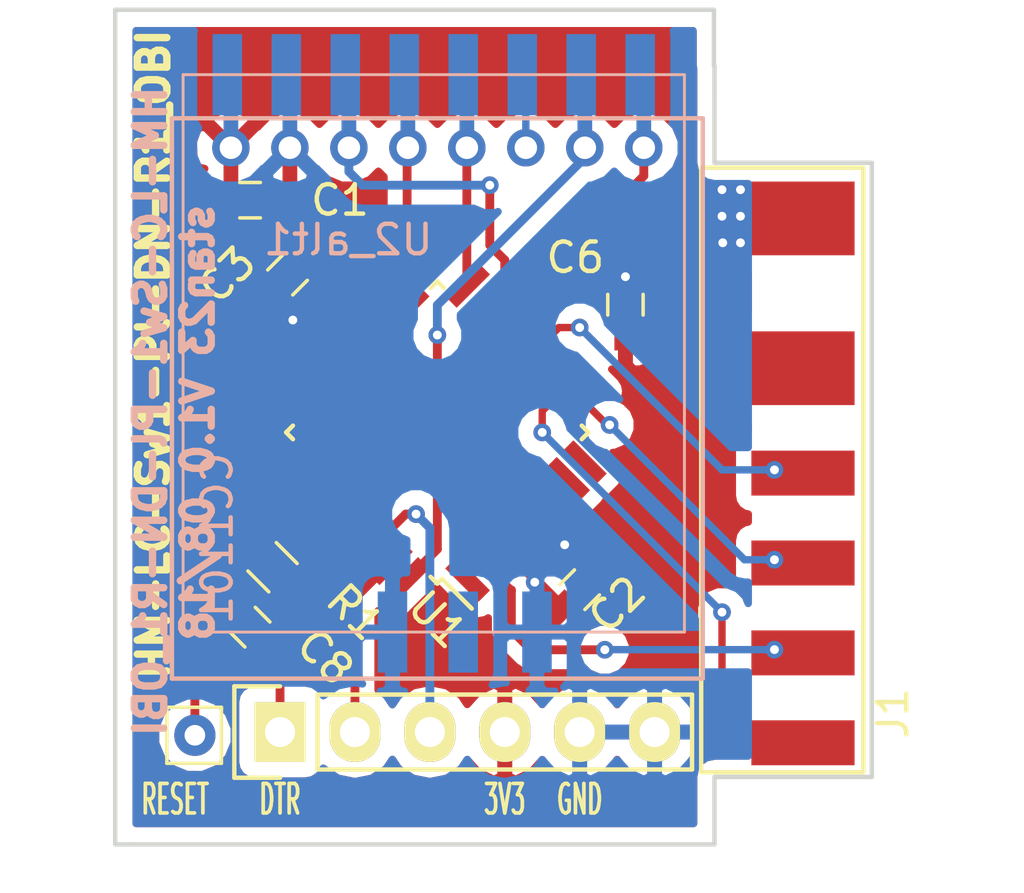
<source format=kicad_pcb>
(kicad_pcb (version 4) (host pcbnew 4.0.7)

  (general
    (links 46)
    (no_connects 0)
    (area 94.878335 85.289999 132.087667 117.381001)
    (thickness 1.6)
    (drawings 21)
    (tracks 165)
    (zones 0)
    (modules 12)
    (nets 18)
  )

  (page A4)
  (layers
    (0 F.Cu signal)
    (31 B.Cu signal)
    (32 B.Adhes user hide)
    (33 F.Adhes user hide)
    (34 B.Paste user hide)
    (35 F.Paste user hide)
    (36 B.SilkS user hide)
    (37 F.SilkS user)
    (38 B.Mask user hide)
    (39 F.Mask user hide)
    (40 Dwgs.User user)
    (41 Cmts.User user hide)
    (42 Eco1.User user hide)
    (43 Eco2.User user hide)
    (44 Edge.Cuts user)
    (45 Margin user hide)
    (46 B.CrtYd user hide)
    (47 F.CrtYd user hide)
    (48 B.Fab user hide)
    (49 F.Fab user hide)
  )

  (setup
    (last_trace_width 0.25)
    (user_trace_width 0.3)
    (user_trace_width 0.5)
    (trace_clearance 0.2)
    (zone_clearance 0.508)
    (zone_45_only no)
    (trace_min 0.25)
    (segment_width 0.2)
    (edge_width 0.15)
    (via_size 0.6)
    (via_drill 0.3)
    (via_min_size 0.4)
    (via_min_drill 0.3)
    (uvia_size 0.3)
    (uvia_drill 0.1)
    (uvias_allowed no)
    (uvia_min_size 0.2)
    (uvia_min_drill 0.1)
    (pcb_text_width 0.3)
    (pcb_text_size 1.5 1.5)
    (mod_edge_width 0.15)
    (mod_text_size 1 1)
    (mod_text_width 0.15)
    (pad_size 2.032 1.7272)
    (pad_drill 1.016)
    (pad_to_mask_clearance 0.2)
    (aux_axis_origin 99.695 113.665)
    (grid_origin 99.695 113.665)
    (visible_elements 7FFEFF7F)
    (pcbplotparams
      (layerselection 0x010f0_80000001)
      (usegerberextensions false)
      (excludeedgelayer true)
      (linewidth 0.100000)
      (plotframeref false)
      (viasonmask false)
      (mode 1)
      (useauxorigin false)
      (hpglpennumber 1)
      (hpglpenspeed 20)
      (hpglpendiameter 15)
      (hpglpenoverlay 2)
      (psnegative false)
      (psa4output false)
      (plotreference true)
      (plotvalue false)
      (plotinvisibletext false)
      (padsonsilk false)
      (subtractmaskfromsilk false)
      (outputformat 1)
      (mirror false)
      (drillshape 0)
      (scaleselection 1)
      (outputdirectory Gerber11_pdf/))
  )

  (net 0 "")
  (net 1 GND)
  (net 2 VCC)
  (net 3 /Reset)
  (net 4 /D6)
  (net 5 "Net-(U1-Pad14)")
  (net 6 /MOSI)
  (net 7 /MISO)
  (net 8 /SCK)
  (net 9 "Net-(U1-Pad32)")
  (net 10 /DTR)
  (net 11 /TXD)
  (net 12 /RXD)
  (net 13 /D5)
  (net 14 /D4)
  (net 15 /B0)
  (net 16 "Net-(J7-Pad1)")
  (net 17 "Net-(U2-Pad6)")

  (net_class Default "Dies ist die voreingestellte Netzklasse."
    (clearance 0.2)
    (trace_width 0.25)
    (via_dia 0.6)
    (via_drill 0.3)
    (uvia_dia 0.3)
    (uvia_drill 0.1)
    (add_net /B0)
    (add_net /D4)
    (add_net /D5)
    (add_net /D6)
    (add_net /DTR)
    (add_net /MISO)
    (add_net /MOSI)
    (add_net /RXD)
    (add_net /Reset)
    (add_net /SCK)
    (add_net /TXD)
    (add_net GND)
    (add_net "Net-(J7-Pad1)")
    (add_net "Net-(U1-Pad14)")
    (add_net "Net-(U1-Pad32)")
    (add_net "Net-(U2-Pad6)")
    (add_net VCC)
  )

  (module Capacitors_SMD:C_0603_HandSoldering (layer F.Cu) (tedit 5B4ED3D1) (tstamp 5AD6F500)
    (at 104.267 91.821)
    (descr "Capacitor SMD 0603, hand soldering")
    (tags "capacitor 0603")
    (path /5AD32FF2)
    (attr smd)
    (fp_text reference C1 (at 3.048 0) (layer F.SilkS)
      (effects (font (size 1 1) (thickness 0.15)))
    )
    (fp_text value 100n (at 0 1.5) (layer F.Fab) hide
      (effects (font (size 1 1) (thickness 0.15)))
    )
    (fp_text user %R (at 0 -1.25) (layer F.Fab)
      (effects (font (size 1 1) (thickness 0.15)))
    )
    (fp_line (start -0.8 0.4) (end -0.8 -0.4) (layer F.Fab) (width 0.1))
    (fp_line (start 0.8 0.4) (end -0.8 0.4) (layer F.Fab) (width 0.1))
    (fp_line (start 0.8 -0.4) (end 0.8 0.4) (layer F.Fab) (width 0.1))
    (fp_line (start -0.8 -0.4) (end 0.8 -0.4) (layer F.Fab) (width 0.1))
    (fp_line (start -0.35 -0.6) (end 0.35 -0.6) (layer F.SilkS) (width 0.12))
    (fp_line (start 0.35 0.6) (end -0.35 0.6) (layer F.SilkS) (width 0.12))
    (fp_line (start -1.8 -0.65) (end 1.8 -0.65) (layer F.CrtYd) (width 0.05))
    (fp_line (start -1.8 -0.65) (end -1.8 0.65) (layer F.CrtYd) (width 0.05))
    (fp_line (start 1.8 0.65) (end 1.8 -0.65) (layer F.CrtYd) (width 0.05))
    (fp_line (start 1.8 0.65) (end -1.8 0.65) (layer F.CrtYd) (width 0.05))
    (pad 1 smd rect (at -0.95 0) (size 1.2 0.75) (layers F.Cu F.Paste F.Mask)
      (net 2 VCC))
    (pad 2 smd rect (at 0.95 0) (size 1.2 0.75) (layers F.Cu F.Paste F.Mask)
      (net 1 GND))
    (model Capacitors_SMD.3dshapes/C_0603.wrl
      (at (xyz 0 0 0))
      (scale (xyz 1 1 1))
      (rotate (xyz 0 0 0))
    )
  )

  (module Housings_QFP:TQFP-32_7x7mm_Pitch0.8mm (layer F.Cu) (tedit 5B33E835) (tstamp 5B327AE5)
    (at 110.617 99.695 135)
    (descr "32-Lead Plastic Thin Quad Flatpack (PT) - 7x7x1.0 mm Body, 2.00 mm [TQFP] (see Microchip Packaging Specification 00000049BS.pdf)")
    (tags "QFP 0.8")
    (path /5AD1D823)
    (attr smd)
    (fp_text reference U1 (at -4.490128 -4.490128 135) (layer F.SilkS)
      (effects (font (size 1 1) (thickness 0.15)))
    )
    (fp_text value ATMEGA328P-AU (at 0 6.05 135) (layer F.Fab)
      (effects (font (size 1 1) (thickness 0.15)))
    )
    (fp_text user %R (at 0 0 135) (layer F.Fab)
      (effects (font (size 1 1) (thickness 0.15)))
    )
    (fp_line (start -2.5 -3.5) (end 3.5 -3.5) (layer F.Fab) (width 0.15))
    (fp_line (start 3.5 -3.5) (end 3.5 3.5) (layer F.Fab) (width 0.15))
    (fp_line (start 3.5 3.5) (end -3.5 3.5) (layer F.Fab) (width 0.15))
    (fp_line (start -3.5 3.5) (end -3.5 -2.5) (layer F.Fab) (width 0.15))
    (fp_line (start -3.5 -2.5) (end -2.5 -3.5) (layer F.Fab) (width 0.15))
    (fp_line (start -5.3 -5.3) (end -5.3 5.3) (layer F.CrtYd) (width 0.05))
    (fp_line (start 5.3 -5.3) (end 5.3 5.3) (layer F.CrtYd) (width 0.05))
    (fp_line (start -5.3 -5.3) (end 5.3 -5.3) (layer F.CrtYd) (width 0.05))
    (fp_line (start -5.3 5.3) (end 5.3 5.3) (layer F.CrtYd) (width 0.05))
    (fp_line (start -3.625 -3.625) (end -3.625 -3.4) (layer F.SilkS) (width 0.15))
    (fp_line (start 3.625 -3.625) (end 3.625 -3.3) (layer F.SilkS) (width 0.15))
    (fp_line (start 3.625 3.625) (end 3.625 3.3) (layer F.SilkS) (width 0.15))
    (fp_line (start -3.625 3.625) (end -3.625 3.3) (layer F.SilkS) (width 0.15))
    (fp_line (start -3.625 -3.625) (end -3.3 -3.625) (layer F.SilkS) (width 0.15))
    (fp_line (start -3.625 3.625) (end -3.3 3.625) (layer F.SilkS) (width 0.15))
    (fp_line (start 3.625 3.625) (end 3.3 3.625) (layer F.SilkS) (width 0.15))
    (fp_line (start 3.625 -3.625) (end 3.3 -3.625) (layer F.SilkS) (width 0.15))
    (fp_line (start -3.625 -3.4) (end -5.05 -3.4) (layer F.SilkS) (width 0.15))
    (pad 1 smd rect (at -4.25 -2.8 135) (size 1.6 0.55) (layers F.Cu F.Paste F.Mask))
    (pad 2 smd rect (at -4.25 -2 135) (size 1.6 0.55) (layers F.Cu F.Paste F.Mask)
      (net 14 /D4))
    (pad 3 smd rect (at -4.25 -1.2 135) (size 1.6 0.55) (layers F.Cu F.Paste F.Mask)
      (net 1 GND))
    (pad 4 smd rect (at -4.25 -0.4 135) (size 1.6 0.55) (layers F.Cu F.Paste F.Mask)
      (net 2 VCC))
    (pad 5 smd rect (at -4.25 0.4 135) (size 1.6 0.55) (layers F.Cu F.Paste F.Mask)
      (net 1 GND))
    (pad 6 smd rect (at -4.25 1.2 135) (size 1.6 0.55) (layers F.Cu F.Paste F.Mask)
      (net 2 VCC))
    (pad 7 smd rect (at -4.25 2 135) (size 1.6 0.55) (layers F.Cu F.Paste F.Mask))
    (pad 8 smd rect (at -4.25 2.8 135) (size 1.6 0.55) (layers F.Cu F.Paste F.Mask))
    (pad 9 smd rect (at -2.8 4.25 225) (size 1.6 0.55) (layers F.Cu F.Paste F.Mask)
      (net 13 /D5))
    (pad 10 smd rect (at -2 4.25 225) (size 1.6 0.55) (layers F.Cu F.Paste F.Mask)
      (net 4 /D6))
    (pad 11 smd rect (at -1.2 4.25 225) (size 1.6 0.55) (layers F.Cu F.Paste F.Mask))
    (pad 12 smd rect (at -0.4 4.25 225) (size 1.6 0.55) (layers F.Cu F.Paste F.Mask)
      (net 15 /B0))
    (pad 13 smd rect (at 0.4 4.25 225) (size 1.6 0.55) (layers F.Cu F.Paste F.Mask))
    (pad 14 smd rect (at 1.2 4.25 225) (size 1.6 0.55) (layers F.Cu F.Paste F.Mask)
      (net 5 "Net-(U1-Pad14)"))
    (pad 15 smd rect (at 2 4.25 225) (size 1.6 0.55) (layers F.Cu F.Paste F.Mask)
      (net 6 /MOSI))
    (pad 16 smd rect (at 2.8 4.25 225) (size 1.6 0.55) (layers F.Cu F.Paste F.Mask)
      (net 7 /MISO))
    (pad 17 smd rect (at 4.25 2.8 135) (size 1.6 0.55) (layers F.Cu F.Paste F.Mask)
      (net 8 /SCK))
    (pad 18 smd rect (at 4.25 2 135) (size 1.6 0.55) (layers F.Cu F.Paste F.Mask)
      (net 2 VCC))
    (pad 19 smd rect (at 4.25 1.2 135) (size 1.6 0.55) (layers F.Cu F.Paste F.Mask))
    (pad 20 smd rect (at 4.25 0.4 135) (size 1.6 0.55) (layers F.Cu F.Paste F.Mask)
      (net 2 VCC))
    (pad 21 smd rect (at 4.25 -0.4 135) (size 1.6 0.55) (layers F.Cu F.Paste F.Mask)
      (net 1 GND))
    (pad 22 smd rect (at 4.25 -1.2 135) (size 1.6 0.55) (layers F.Cu F.Paste F.Mask))
    (pad 23 smd rect (at 4.25 -2 135) (size 1.6 0.55) (layers F.Cu F.Paste F.Mask))
    (pad 24 smd rect (at 4.25 -2.8 135) (size 1.6 0.55) (layers F.Cu F.Paste F.Mask))
    (pad 25 smd rect (at 2.8 -4.25 225) (size 1.6 0.55) (layers F.Cu F.Paste F.Mask))
    (pad 26 smd rect (at 2 -4.25 225) (size 1.6 0.55) (layers F.Cu F.Paste F.Mask))
    (pad 27 smd rect (at 1.2 -4.25 225) (size 1.6 0.55) (layers F.Cu F.Paste F.Mask))
    (pad 28 smd rect (at 0.4 -4.25 225) (size 1.6 0.55) (layers F.Cu F.Paste F.Mask))
    (pad 29 smd rect (at -0.4 -4.25 225) (size 1.6 0.55) (layers F.Cu F.Paste F.Mask)
      (net 3 /Reset))
    (pad 30 smd rect (at -1.2 -4.25 225) (size 1.6 0.55) (layers F.Cu F.Paste F.Mask)
      (net 12 /RXD))
    (pad 31 smd rect (at -2 -4.25 225) (size 1.6 0.55) (layers F.Cu F.Paste F.Mask)
      (net 11 /TXD))
    (pad 32 smd rect (at -2.8 -4.25 225) (size 1.6 0.55) (layers F.Cu F.Paste F.Mask)
      (net 9 "Net-(U1-Pad32)"))
    (model ${KISYS3DMOD}/Housings_QFP.3dshapes/TQFP-32_7x7mm_Pitch0.8mm.wrl
      (at (xyz 0 0 0))
      (scale (xyz 1 1 1))
      (rotate (xyz 0 0 0))
    )
  )

  (module Pin_Headers:Pin_Header_Straight_1x06 (layer F.Cu) (tedit 5AD78F8F) (tstamp 5ADE7A9F)
    (at 105.283 109.855 90)
    (descr "Through hole pin header")
    (tags "pin header")
    (path /5AD362B5)
    (fp_text reference J2 (at 0 -5.1 90) (layer F.SilkS) hide
      (effects (font (size 1 1) (thickness 0.15)))
    )
    (fp_text value FTDI (at 0 -3.1 90) (layer F.SilkS) hide
      (effects (font (size 1 1) (thickness 0.15)))
    )
    (fp_line (start -1.75 -1.75) (end -1.75 14.45) (layer F.CrtYd) (width 0.05))
    (fp_line (start 1.75 -1.75) (end 1.75 14.45) (layer F.CrtYd) (width 0.05))
    (fp_line (start -1.75 -1.75) (end 1.75 -1.75) (layer F.CrtYd) (width 0.05))
    (fp_line (start -1.75 14.45) (end 1.75 14.45) (layer F.CrtYd) (width 0.05))
    (fp_line (start 1.27 1.27) (end 1.27 13.97) (layer F.SilkS) (width 0.15))
    (fp_line (start 1.27 13.97) (end -1.27 13.97) (layer F.SilkS) (width 0.15))
    (fp_line (start -1.27 13.97) (end -1.27 1.27) (layer F.SilkS) (width 0.15))
    (fp_line (start 1.55 -1.55) (end 1.55 0) (layer F.SilkS) (width 0.15))
    (fp_line (start 1.27 1.27) (end -1.27 1.27) (layer F.SilkS) (width 0.15))
    (fp_line (start -1.55 0) (end -1.55 -1.55) (layer F.SilkS) (width 0.15))
    (fp_line (start -1.55 -1.55) (end 1.55 -1.55) (layer F.SilkS) (width 0.15))
    (pad 1 thru_hole rect (at 0 0 90) (size 2.032 1.7272) (drill 1.016) (layers *.Cu *.Mask F.SilkS)
      (net 10 /DTR))
    (pad 2 thru_hole oval (at 0 2.54 90) (size 2.032 1.7272) (drill 1.016) (layers *.Cu *.Mask F.SilkS)
      (net 11 /TXD))
    (pad 3 thru_hole oval (at 0 5.08 90) (size 2.032 1.7272) (drill 1.016) (layers *.Cu *.Mask F.SilkS)
      (net 12 /RXD))
    (pad 4 thru_hole oval (at 0 7.62 90) (size 2.032 1.7272) (drill 1.016) (layers *.Cu *.Mask F.SilkS)
      (net 2 VCC))
    (pad 5 thru_hole oval (at 0 10.16 90) (size 2.032 1.7272) (drill 1.016) (layers *.Cu *.Mask F.SilkS)
      (net 1 GND))
    (pad 6 thru_hole oval (at 0 12.7 90) (size 2.032 1.7272) (drill 1.016) (layers *.Cu *.Mask F.SilkS)
      (net 1 GND))
    (model Pin_Headers.3dshapes/Pin_Header_Straight_1x06.wrl
      (at (xyz 0 -0.25 0))
      (scale (xyz 1 1 1))
      (rotate (xyz 0 0 90))
    )
  )

  (module Capacitors_SMD:C_0603_HandSoldering (layer F.Cu) (tedit 5B68AA50) (tstamp 5AD6F511)
    (at 115.443 105.029 225)
    (descr "Capacitor SMD 0603, hand soldering")
    (tags "capacitor 0603")
    (path /5AD32EA5)
    (attr smd)
    (fp_text reference C2 (at -0.538815 -1.257236 225) (layer F.SilkS)
      (effects (font (size 1 1) (thickness 0.15)))
    )
    (fp_text value 100n (at 0 1.5 225) (layer F.Fab) hide
      (effects (font (size 1 1) (thickness 0.15)))
    )
    (fp_text user %R (at 0 -1.25 225) (layer F.Fab)
      (effects (font (size 1 1) (thickness 0.15)))
    )
    (fp_line (start -0.8 0.4) (end -0.8 -0.4) (layer F.Fab) (width 0.1))
    (fp_line (start 0.8 0.4) (end -0.8 0.4) (layer F.Fab) (width 0.1))
    (fp_line (start 0.8 -0.4) (end 0.8 0.4) (layer F.Fab) (width 0.1))
    (fp_line (start -0.8 -0.4) (end 0.8 -0.4) (layer F.Fab) (width 0.1))
    (fp_line (start -0.35 -0.6) (end 0.35 -0.6) (layer F.SilkS) (width 0.12))
    (fp_line (start 0.35 0.6) (end -0.35 0.6) (layer F.SilkS) (width 0.12))
    (fp_line (start -1.8 -0.65) (end 1.8 -0.65) (layer F.CrtYd) (width 0.05))
    (fp_line (start -1.8 -0.65) (end -1.8 0.65) (layer F.CrtYd) (width 0.05))
    (fp_line (start 1.8 0.65) (end 1.8 -0.65) (layer F.CrtYd) (width 0.05))
    (fp_line (start 1.8 0.65) (end -1.8 0.65) (layer F.CrtYd) (width 0.05))
    (pad 1 smd rect (at -0.95 0 225) (size 1.2 0.75) (layers F.Cu F.Paste F.Mask)
      (net 2 VCC))
    (pad 2 smd rect (at 0.95 0 225) (size 1.2 0.75) (layers F.Cu F.Paste F.Mask)
      (net 1 GND))
    (model Capacitors_SMD.3dshapes/C_0603.wrl
      (at (xyz 0 0 0))
      (scale (xyz 1 1 1))
      (rotate (xyz 0 0 0))
    )
  )

  (module Capacitors_SMD:C_0603_HandSoldering (layer F.Cu) (tedit 5B6FD967) (tstamp 5AD6F522)
    (at 105.537 94.361 225)
    (descr "Capacitor SMD 0603, hand soldering")
    (tags "capacitor 0603")
    (path /5AD31EC8)
    (attr smd)
    (fp_text reference C3 (at 1.44674 1.441084 225) (layer F.SilkS)
      (effects (font (size 1 1) (thickness 0.15)))
    )
    (fp_text value 100n (at 0 1.5 225) (layer F.Fab) hide
      (effects (font (size 1 1) (thickness 0.15)))
    )
    (fp_text user %R (at 0 -1.25 225) (layer F.Fab)
      (effects (font (size 1 1) (thickness 0.15)))
    )
    (fp_line (start -0.8 0.4) (end -0.8 -0.4) (layer F.Fab) (width 0.1))
    (fp_line (start 0.8 0.4) (end -0.8 0.4) (layer F.Fab) (width 0.1))
    (fp_line (start 0.8 -0.4) (end 0.8 0.4) (layer F.Fab) (width 0.1))
    (fp_line (start -0.8 -0.4) (end 0.8 -0.4) (layer F.Fab) (width 0.1))
    (fp_line (start -0.35 -0.6) (end 0.35 -0.6) (layer F.SilkS) (width 0.12))
    (fp_line (start 0.35 0.6) (end -0.35 0.6) (layer F.SilkS) (width 0.12))
    (fp_line (start -1.8 -0.65) (end 1.8 -0.65) (layer F.CrtYd) (width 0.05))
    (fp_line (start -1.8 -0.65) (end -1.8 0.65) (layer F.CrtYd) (width 0.05))
    (fp_line (start 1.8 0.65) (end 1.8 -0.65) (layer F.CrtYd) (width 0.05))
    (fp_line (start 1.8 0.65) (end -1.8 0.65) (layer F.CrtYd) (width 0.05))
    (pad 1 smd rect (at -0.95 0 225) (size 1.2 0.75) (layers F.Cu F.Paste F.Mask)
      (net 2 VCC))
    (pad 2 smd rect (at 0.95 0 225) (size 1.2 0.75) (layers F.Cu F.Paste F.Mask)
      (net 1 GND))
    (model Capacitors_SMD.3dshapes/C_0603.wrl
      (at (xyz 0 0 0))
      (scale (xyz 1 1 1))
      (rotate (xyz 0 0 0))
    )
  )

  (module Capacitors_SMD:C_0603_HandSoldering (layer F.Cu) (tedit 5B68AA4A) (tstamp 5AD6F577)
    (at 104.267 106.299 135)
    (descr "Capacitor SMD 0603, hand soldering")
    (tags "capacitor 0603")
    (path /5AD3532A)
    (attr smd)
    (fp_text reference C8 (at -2.514472 1.077631 135) (layer F.SilkS)
      (effects (font (size 1 1) (thickness 0.15)))
    )
    (fp_text value 100n (at 0 1.5 135) (layer F.Fab) hide
      (effects (font (size 1 1) (thickness 0.15)))
    )
    (fp_text user %R (at 0 -1.25 135) (layer F.Fab)
      (effects (font (size 1 1) (thickness 0.15)))
    )
    (fp_line (start -0.8 0.4) (end -0.8 -0.4) (layer F.Fab) (width 0.1))
    (fp_line (start 0.8 0.4) (end -0.8 0.4) (layer F.Fab) (width 0.1))
    (fp_line (start 0.8 -0.4) (end 0.8 0.4) (layer F.Fab) (width 0.1))
    (fp_line (start -0.8 -0.4) (end 0.8 -0.4) (layer F.Fab) (width 0.1))
    (fp_line (start -0.35 -0.6) (end 0.35 -0.6) (layer F.SilkS) (width 0.12))
    (fp_line (start 0.35 0.6) (end -0.35 0.6) (layer F.SilkS) (width 0.12))
    (fp_line (start -1.8 -0.65) (end 1.8 -0.65) (layer F.CrtYd) (width 0.05))
    (fp_line (start -1.8 -0.65) (end -1.8 0.65) (layer F.CrtYd) (width 0.05))
    (fp_line (start 1.8 0.65) (end 1.8 -0.65) (layer F.CrtYd) (width 0.05))
    (fp_line (start 1.8 0.65) (end -1.8 0.65) (layer F.CrtYd) (width 0.05))
    (pad 1 smd rect (at -0.95 0 135) (size 1.2 0.75) (layers F.Cu F.Paste F.Mask)
      (net 10 /DTR))
    (pad 2 smd rect (at 0.95 0 135) (size 1.2 0.75) (layers F.Cu F.Paste F.Mask)
      (net 3 /Reset))
    (model Capacitors_SMD.3dshapes/C_0603.wrl
      (at (xyz 0 0 0))
      (scale (xyz 1 1 1))
      (rotate (xyz 0 0 0))
    )
  )

  (module Resistors_SMD:R_0603_HandSoldering (layer F.Cu) (tedit 5B68AA47) (tstamp 5B3147BD)
    (at 105.029 104.267 315)
    (descr "Resistor SMD 0603, hand soldering")
    (tags "resistor 0603")
    (path /5AD3185F)
    (attr smd)
    (fp_text reference R1 (at 3.053287 -0.898026 315) (layer F.SilkS)
      (effects (font (size 1 1) (thickness 0.15)))
    )
    (fp_text value 10k (at 0 1.55 315) (layer F.Fab)
      (effects (font (size 1 1) (thickness 0.15)))
    )
    (fp_text user %R (at 0 0 315) (layer F.Fab)
      (effects (font (size 0.4 0.4) (thickness 0.075)))
    )
    (fp_line (start -0.8 0.4) (end -0.8 -0.4) (layer F.Fab) (width 0.1))
    (fp_line (start 0.8 0.4) (end -0.8 0.4) (layer F.Fab) (width 0.1))
    (fp_line (start 0.8 -0.4) (end 0.8 0.4) (layer F.Fab) (width 0.1))
    (fp_line (start -0.8 -0.4) (end 0.8 -0.4) (layer F.Fab) (width 0.1))
    (fp_line (start 0.5 0.68) (end -0.5 0.68) (layer F.SilkS) (width 0.12))
    (fp_line (start -0.5 -0.68) (end 0.5 -0.68) (layer F.SilkS) (width 0.12))
    (fp_line (start -1.96 -0.7) (end 1.95 -0.7) (layer F.CrtYd) (width 0.05))
    (fp_line (start -1.96 -0.7) (end -1.96 0.7) (layer F.CrtYd) (width 0.05))
    (fp_line (start 1.95 0.7) (end 1.95 -0.7) (layer F.CrtYd) (width 0.05))
    (fp_line (start 1.95 0.7) (end -1.96 0.7) (layer F.CrtYd) (width 0.05))
    (pad 1 smd rect (at -1.1 0 315) (size 1.2 0.9) (layers F.Cu F.Paste F.Mask)
      (net 2 VCC))
    (pad 2 smd rect (at 1.1 0 315) (size 1.2 0.9) (layers F.Cu F.Paste F.Mask)
      (net 3 /Reset))
    (model ${KISYS3DMOD}/Resistors_SMD.3dshapes/R_0603.wrl
      (at (xyz 0 0 0))
      (scale (xyz 1 1 1))
      (rotate (xyz 0 0 0))
    )
  )

  (module CC1101_Module:CC1101_Module (layer B.Cu) (tedit 5B24A065) (tstamp 5B33D2E2)
    (at 110.617 90.043)
    (path /5AD31B90)
    (fp_text reference U2 (at 0 4.5) (layer B.SilkS) hide
      (effects (font (size 1 1) (thickness 0.15)) (justify mirror))
    )
    (fp_text value CC1101 (at 0 6.27) (layer B.Fab)
      (effects (font (size 1 1) (thickness 0.15)) (justify mirror))
    )
    (fp_line (start -9 0) (end -9 18) (layer B.SilkS) (width 0.15))
    (fp_line (start -9 18) (end 9 18) (layer B.SilkS) (width 0.15))
    (fp_line (start 9 18) (end 9 -1) (layer B.SilkS) (width 0.15))
    (fp_line (start 9 -1) (end -9 -1) (layer B.SilkS) (width 0.15))
    (fp_line (start -9 -1) (end -9 0) (layer B.SilkS) (width 0.15))
    (pad 1 thru_hole circle (at -7 0) (size 1.27 1.27) (drill 0.762) (layers *.Cu *.Mask)
      (net 2 VCC))
    (pad 2 thru_hole circle (at -5 0) (size 1.27 1.27) (drill 0.762) (layers *.Cu *.Mask)
      (net 1 GND))
    (pad 3 thru_hole circle (at -3 0) (size 1.27 1.27) (drill 0.762) (layers *.Cu *.Mask)
      (net 6 /MOSI))
    (pad 4 thru_hole circle (at -1 0) (size 1.27 1.27) (drill 0.762) (layers *.Cu *.Mask)
      (net 8 /SCK))
    (pad 5 thru_hole circle (at 1 0) (size 1.27 1.27) (drill 0.762) (layers *.Cu *.Mask)
      (net 7 /MISO))
    (pad 6 thru_hole circle (at 3 0) (size 1.27 1.27) (drill 0.762) (layers *.Cu *.Mask)
      (net 17 "Net-(U2-Pad6)"))
    (pad 7 thru_hole circle (at 5 0) (size 1.27 1.27) (drill 0.762) (layers *.Cu *.Mask)
      (net 9 "Net-(U1-Pad32)"))
    (pad 8 thru_hole circle (at 7 0) (size 1.27 1.27) (drill 0.762) (layers *.Cu *.Mask)
      (net 5 "Net-(U1-Pad14)"))
  )

  (module Connectors:Pin_d0.7mm_L6.5mm_W1.8mm_FlatFork (layer F.Cu) (tedit 5B4BD0C7) (tstamp 5B501B71)
    (at 102.395 109.965)
    (descr "solder Pin_ with flat fork, hole diameter 0.7mm, length 6.5mm, width 1.8mm")
    (tags "solder Pin_ with flat fork")
    (path /5B4BEEED)
    (fp_text reference J4 (at 0 1.8) (layer F.SilkS) hide
      (effects (font (size 1 1) (thickness 0.15)))
    )
    (fp_text value Reset (at 0 -1.8) (layer F.Fab)
      (effects (font (size 1 1) (thickness 0.15)))
    )
    (fp_text user %R (at 0 1.8) (layer F.Fab)
      (effects (font (size 1 1) (thickness 0.15)))
    )
    (fp_line (start -0.95 -0.95) (end -0.95 0.95) (layer F.SilkS) (width 0.12))
    (fp_line (start -0.95 0.95) (end 0.9 0.95) (layer F.SilkS) (width 0.12))
    (fp_line (start 0.9 0.95) (end 0.9 -0.9) (layer F.SilkS) (width 0.12))
    (fp_line (start 0.9 -0.9) (end 0.9 -0.95) (layer F.SilkS) (width 0.12))
    (fp_line (start 0.9 -0.95) (end -0.95 -0.95) (layer F.SilkS) (width 0.12))
    (fp_line (start -0.9 -0.25) (end 0.85 -0.25) (layer F.Fab) (width 0.12))
    (fp_line (start 0.85 -0.25) (end 0.85 0.25) (layer F.Fab) (width 0.12))
    (fp_line (start 0.85 0.25) (end -0.9 0.25) (layer F.Fab) (width 0.12))
    (fp_line (start -0.9 0.25) (end -0.9 -0.25) (layer F.Fab) (width 0.12))
    (fp_line (start -1.4 -1.2) (end 1.35 -1.2) (layer F.CrtYd) (width 0.05))
    (fp_line (start -1.4 -1.2) (end -1.4 1.2) (layer F.CrtYd) (width 0.05))
    (fp_line (start 1.35 1.2) (end 1.35 -1.2) (layer F.CrtYd) (width 0.05))
    (fp_line (start 1.35 1.2) (end -1.4 1.2) (layer F.CrtYd) (width 0.05))
    (pad 1 thru_hole circle (at 0 0) (size 1.4 1.4) (drill 0.7) (layers *.Cu *.Mask)
      (net 3 /Reset))
    (model ${KISYS3DMOD}/Connectors.3dshapes/Pin_d0.7mm_L6.5mm_W1.8mm_FlatFork.wrl
      (at (xyz 0 0 0))
      (scale (xyz 1 1 1))
      (rotate (xyz 0 0 0))
    )
  )

  (module OBI_Wifi:OBI_Wifi_Connector (layer F.Cu) (tedit 5B689943) (tstamp 5B689A6B)
    (at 123.063 101.219 90)
    (path /5B6890A3)
    (fp_text reference J1 (at -8 3 90) (layer F.SilkS)
      (effects (font (size 1 1) (thickness 0.15)))
    )
    (fp_text value Conn_OBI (at 3.5 3 90) (layer F.Fab)
      (effects (font (size 1 1) (thickness 0.15)))
    )
    (fp_line (start -10 2) (end 10.5 2) (layer F.SilkS) (width 0.15))
    (fp_line (start 10.5 2) (end 10.5 -3.5) (layer F.SilkS) (width 0.15))
    (fp_line (start 10.5 -3.5) (end -10 -3.5) (layer F.SilkS) (width 0.15))
    (fp_line (start -10 -3.5) (end -10 2) (layer F.SilkS) (width 0.15))
    (pad 6 smd rect (at 8.78 -0.048 90) (size 2.5 3.5) (layers F.Cu F.Paste F.Mask)
      (net 1 GND))
    (pad 5 smd rect (at 3.7 -0.048 90) (size 2.5 3.5) (layers F.Cu F.Paste F.Mask)
      (net 2 VCC))
    (pad 4 smd rect (at 0.144 -0.048 90) (size 1.524 3.5) (layers F.Cu F.Paste F.Mask)
      (net 15 /B0))
    (pad 3 smd rect (at -2.904 -0.048 90) (size 1.524 3.5) (layers F.Cu F.Paste F.Mask)
      (net 13 /D5))
    (pad 2 smd rect (at -5.952 -0.048 90) (size 1.524 3.5) (layers F.Cu F.Paste F.Mask)
      (net 14 /D4))
    (pad 1 smd rect (at -9 -0.048 90) (size 1.524 3.5) (layers F.Cu F.Paste F.Mask)
      (net 4 /D6))
  )

  (module Capacitors_SMD:C_0603_HandSoldering (layer F.Cu) (tedit 5B6FD977) (tstamp 5B6E843B)
    (at 116.995 95.365 90)
    (descr "Capacitor SMD 0603, hand soldering")
    (tags "capacitor 0603")
    (path /5B6E837A)
    (attr smd)
    (fp_text reference C6 (at 1.6 -1.7 180) (layer F.SilkS)
      (effects (font (size 1 1) (thickness 0.15)))
    )
    (fp_text value 10u (at 0 1.5 90) (layer F.Fab)
      (effects (font (size 1 1) (thickness 0.15)))
    )
    (fp_text user %R (at 0 -1.25 90) (layer F.Fab)
      (effects (font (size 1 1) (thickness 0.15)))
    )
    (fp_line (start -0.8 0.4) (end -0.8 -0.4) (layer F.Fab) (width 0.1))
    (fp_line (start 0.8 0.4) (end -0.8 0.4) (layer F.Fab) (width 0.1))
    (fp_line (start 0.8 -0.4) (end 0.8 0.4) (layer F.Fab) (width 0.1))
    (fp_line (start -0.8 -0.4) (end 0.8 -0.4) (layer F.Fab) (width 0.1))
    (fp_line (start -0.35 -0.6) (end 0.35 -0.6) (layer F.SilkS) (width 0.12))
    (fp_line (start 0.35 0.6) (end -0.35 0.6) (layer F.SilkS) (width 0.12))
    (fp_line (start -1.8 -0.65) (end 1.8 -0.65) (layer F.CrtYd) (width 0.05))
    (fp_line (start -1.8 -0.65) (end -1.8 0.65) (layer F.CrtYd) (width 0.05))
    (fp_line (start 1.8 0.65) (end 1.8 -0.65) (layer F.CrtYd) (width 0.05))
    (fp_line (start 1.8 0.65) (end -1.8 0.65) (layer F.CrtYd) (width 0.05))
    (pad 1 smd rect (at -0.95 0 90) (size 1.2 0.75) (layers F.Cu F.Paste F.Mask)
      (net 2 VCC))
    (pad 2 smd rect (at 0.95 0 90) (size 1.2 0.75) (layers F.Cu F.Paste F.Mask)
      (net 1 GND))
    (model Capacitors_SMD.3dshapes/C_0603.wrl
      (at (xyz 0 0 0))
      (scale (xyz 1 1 1))
      (rotate (xyz 0 0 0))
    )
  )

  (module CC1101_Module:CC1101_SMD (layer B.Cu) (tedit 5B6FD90C) (tstamp 5B6EE635)
    (at 103.495 87.565 270)
    (descr "surface-mounted straight socket strip, 2x08, 2.00mm pitch, double rows")
    (tags "Surface mounted socket strip SMD 2x08 2.00mm double row")
    (path /5B6EDE60)
    (attr smd)
    (fp_text reference U2_alt1 (at 5.6 -4.1 360) (layer B.SilkS)
      (effects (font (size 1 1) (thickness 0.15)) (justify mirror))
    )
    (fp_text value CC1101 (at 15.725 0.342 270) (layer B.SilkS)
      (effects (font (size 1 1) (thickness 0.15)) (justify mirror))
    )
    (fp_line (start 0 1.5) (end 0 -15.5) (layer B.SilkS) (width 0.09906))
    (fp_line (start 0 -15.5) (end 18.9 -15.5) (layer B.SilkS) (width 0.09906))
    (fp_line (start 18.9 -15.5) (end 18.9 1.5) (layer B.SilkS) (width 0.09906))
    (fp_line (start 0 1.5) (end 18.9 1.5) (layer B.SilkS) (width 0.09906))
    (fp_text user %R (at 0.9 2.4 270) (layer B.Fab)
      (effects (font (size 1 1) (thickness 0.15)) (justify mirror))
    )
    (pad 1 smd rect (at 0 0 270) (size 2.75 1) (layers B.Cu B.Paste B.Mask)
      (net 2 VCC))
    (pad 2 smd rect (at 0 -2 270) (size 2.75 1) (layers B.Cu B.Paste B.Mask)
      (net 1 GND))
    (pad 3 smd rect (at 0 -4 270) (size 2.75 1) (layers B.Cu B.Paste B.Mask)
      (net 6 /MOSI))
    (pad 10 smd rect (at 18.9 -5.6 270) (size 2.75 1) (layers B.Cu B.Paste B.Mask)
      (net 1 GND))
    (pad 4 smd rect (at 0 -6 270) (size 2.75 1) (layers B.Cu B.Paste B.Mask)
      (net 8 /SCK))
    (pad 9 smd rect (at 18.9 -8 270) (size 2.75 1) (layers B.Cu B.Paste B.Mask)
      (net 16 "Net-(J7-Pad1)"))
    (pad 5 smd rect (at 0 -8 270) (size 2.75 1) (layers B.Cu B.Paste B.Mask)
      (net 7 /MISO))
    (pad 11 smd rect (at 18.9 -10.5 270) (size 2.75 1) (layers B.Cu B.Paste B.Mask)
      (net 1 GND))
    (pad 6 smd rect (at 0 -10 270) (size 2.75 1) (layers B.Cu B.Paste B.Mask)
      (net 17 "Net-(U2-Pad6)"))
    (pad 7 smd rect (at 0 -12 270) (size 2.75 1) (layers B.Cu B.Paste B.Mask)
      (net 9 "Net-(U1-Pad32)"))
    (pad 8 smd rect (at 0 -14 270) (size 2.75 1) (layers B.Cu B.Paste B.Mask)
      (net 5 "Net-(U1-Pad14)"))
    (model ${KISYS3DMOD}/Socket_Strips.3dshapes/Socket_Strip_Straight_2x08_Pitch2.00mm_SMD.wrl
      (at (xyz 0 0 0))
      (scale (xyz 1 1 1))
      (rotate (xyz 0 0 0))
    )
  )

  (gr_text "HM-LC-Sw1-Pl-DN-R1_OBI \nstan23 V1.0 08/18" (at 101.695 99.365 90) (layer B.SilkS)
    (effects (font (size 1 1) (thickness 0.25)) (justify mirror))
  )
  (dimension 28.3 (width 0.125) (layer Dwgs.User)
    (gr_text "28,300 mm" (at 97.045 99.515 90) (layer Dwgs.User)
      (effects (font (size 0.5 0.5) (thickness 0.125)))
    )
    (feature1 (pts (xy 99.695 85.365) (xy 95.695 85.365)))
    (feature2 (pts (xy 99.695 113.665) (xy 95.695 113.665)))
    (crossbar (pts (xy 98.395 113.665) (xy 98.395 85.365)))
    (arrow1a (pts (xy 98.395 85.365) (xy 98.981421 86.491504)))
    (arrow1b (pts (xy 98.395 85.365) (xy 97.808579 86.491504)))
    (arrow2a (pts (xy 98.395 113.665) (xy 98.981421 112.538496)))
    (arrow2b (pts (xy 98.395 113.665) (xy 97.808579 112.538496)))
  )
  (gr_line (start 119.995 85.365) (end 119.995 87.265) (angle 90) (layer Edge.Cuts) (width 0.15))
  (gr_line (start 99.695 85.365) (end 119.995 85.365) (angle 90) (layer Edge.Cuts) (width 0.15))
  (gr_line (start 99.695 87.265) (end 99.695 85.365) (angle 90) (layer Edge.Cuts) (width 0.15))
  (gr_line (start 99.695 113.665) (end 100.203 113.665) (angle 90) (layer Edge.Cuts) (width 0.15))
  (gr_line (start 99.695 87.249) (end 99.695 113.665) (angle 90) (layer Edge.Cuts) (width 0.15))
  (gr_line (start 120.015 88.011) (end 120.015 87.249) (angle 90) (layer Edge.Cuts) (width 0.15))
  (dimension 19.812 (width 0.125) (layer Dwgs.User)
    (gr_text "19,812 mm" (at 110.109 116.031) (layer Dwgs.User)
      (effects (font (size 0.5 0.5) (thickness 0.125)))
    )
    (feature1 (pts (xy 120.015 113.665) (xy 120.015 117.381)))
    (feature2 (pts (xy 100.203 113.665) (xy 100.203 117.381)))
    (crossbar (pts (xy 100.203 114.681) (xy 120.015 114.681)))
    (arrow1a (pts (xy 120.015 114.681) (xy 118.888496 115.267421)))
    (arrow1b (pts (xy 120.015 114.681) (xy 118.888496 114.094579)))
    (arrow2a (pts (xy 100.203 114.681) (xy 101.329504 115.267421)))
    (arrow2b (pts (xy 100.203 114.681) (xy 101.329504 114.094579)))
  )
  (dimension 20.828 (width 0.125) (layer Dwgs.User)
    (gr_text "20,828 mm" (at 129.921 100.965 90) (layer Dwgs.User)
      (effects (font (size 0.5 0.5) (thickness 0.125)))
    )
    (feature1 (pts (xy 125.349 90.551) (xy 131.859 90.551)))
    (feature2 (pts (xy 125.349 111.379) (xy 131.859 111.379)))
    (crossbar (pts (xy 129.159 111.379) (xy 129.159 90.551)))
    (arrow1a (pts (xy 129.159 90.551) (xy 129.745421 91.677504)))
    (arrow1b (pts (xy 129.159 90.551) (xy 128.572579 91.677504)))
    (arrow2a (pts (xy 129.159 111.379) (xy 129.745421 110.252496)))
    (arrow2b (pts (xy 129.159 111.379) (xy 128.572579 110.252496)))
  )
  (gr_line (start 120.015 111.379) (end 125.349 111.379) (angle 90) (layer Edge.Cuts) (width 0.15))
  (gr_line (start 120.015 113.665) (end 120.015 111.379) (angle 90) (layer Edge.Cuts) (width 0.15))
  (gr_line (start 100.203 113.665) (end 120.015 113.665) (angle 90) (layer Edge.Cuts) (width 0.15))
  (gr_line (start 120.015 90.551) (end 120.015 88.011) (angle 90) (layer Edge.Cuts) (width 0.15))
  (gr_line (start 125.349 90.551) (end 120.015 90.551) (angle 90) (layer Edge.Cuts) (width 0.15))
  (gr_line (start 125.349 111.379) (end 125.349 90.551) (angle 90) (layer Edge.Cuts) (width 0.15))
  (gr_text GND (at 115.443 112.141) (layer F.SilkS)
    (effects (font (size 1 0.5) (thickness 0.125)))
  )
  (gr_text 3V3 (at 112.903 112.141) (layer F.SilkS)
    (effects (font (size 1 0.5) (thickness 0.125)))
  )
  (gr_text DTR (at 105.283 112.141) (layer F.SilkS)
    (effects (font (size 1 0.5) (thickness 0.125)))
  )
  (gr_text RESET (at 101.727 112.141) (layer F.SilkS)
    (effects (font (size 1 0.5) (thickness 0.125)))
  )
  (gr_text "HM-LC-Sw1-Pl-DN-R1_OBI " (at 100.995 96.665 90) (layer F.SilkS)
    (effects (font (size 1 1) (thickness 0.25)))
  )

  (segment (start 111.792103 104.680103) (end 111.642305 104.680103) (width 0.3) (layer F.Cu) (net 0) (tstamp 5B502342))
  (segment (start 105.617 90.043) (end 105.617 87.687) (width 0.5) (layer B.Cu) (net 1))
  (segment (start 105.617 87.687) (end 105.495 87.565) (width 0.5) (layer B.Cu) (net 1) (tstamp 5B6EE898))
  (via (at 120.895 93.265) (size 0.6) (drill 0.3) (layers F.Cu B.Cu) (net 1))
  (via (at 120.895 92.365) (size 0.6) (drill 0.3) (layers F.Cu B.Cu) (net 1))
  (via (at 120.895 91.465) (size 0.6) (drill 0.3) (layers F.Cu B.Cu) (net 1))
  (segment (start 123.015 92.439) (end 121.989 93.265) (width 0.5) (layer F.Cu) (net 1) (status 30))
  (segment (start 121.989 93.265) (end 120.895 93.265) (width 0.5) (layer F.Cu) (net 1) (tstamp 5B6E862C) (status 10))
  (segment (start 120.895 93.265) (end 120.295 93.265) (width 0.5) (layer F.Cu) (net 1) (tstamp 5B6E86C5))
  (via (at 120.295 93.265) (size 0.6) (drill 0.3) (layers F.Cu B.Cu) (net 1))
  (segment (start 120.269 92.365) (end 120.895 92.365) (width 0.5) (layer F.Cu) (net 1))
  (segment (start 120.895 92.365) (end 122.363 92.365) (width 0.5) (layer F.Cu) (net 1) (tstamp 5B6E86BD) (status 20))
  (via (at 120.269 92.365) (size 0.6) (drill 0.3) (layers F.Cu B.Cu) (net 1))
  (segment (start 122.363 92.365) (end 123.015 92.439) (width 0.5) (layer F.Cu) (net 1) (tstamp 5B6E85F3) (status 30))
  (segment (start 120.269 91.465) (end 120.895 91.465) (width 0.5) (layer F.Cu) (net 1))
  (segment (start 120.895 91.465) (end 122.397 91.465) (width 0.5) (layer F.Cu) (net 1) (tstamp 5B6E86BB) (status 20))
  (via (at 120.269 91.465) (size 0.6) (drill 0.3) (layers F.Cu B.Cu) (net 1))
  (segment (start 122.397 91.465) (end 123.015 92.439) (width 0.5) (layer F.Cu) (net 1) (tstamp 5B6E85EE) (status 30))
  (segment (start 114.771249 105.700751) (end 114.771249 105.627249) (width 0.5) (layer F.Cu) (net 1))
  (segment (start 114.771249 105.627249) (end 113.919 104.775) (width 0.5) (layer F.Cu) (net 1) (tstamp 5B6E85AC))
  (via (at 113.919 104.775) (size 0.6) (drill 0.3) (layers F.Cu B.Cu) (net 1))
  (segment (start 104.865249 95.032751) (end 105.717498 95.885) (width 0.5) (layer F.Cu) (net 1))
  (segment (start 105.617 90.043) (end 105.617 91.421) (width 0.5) (layer F.Cu) (net 1))
  (segment (start 105.617 91.421) (end 105.217 91.821) (width 0.5) (layer F.Cu) (net 1) (tstamp 5B6E8587))
  (via (at 116.995 94.415) (size 0.6) (drill 0.3) (layers F.Cu B.Cu) (net 1) (status 30))
  (segment (start 123.015 92.439) (end 122.363 92.365) (width 0.5) (layer F.Cu) (net 1) (status 30))
  (segment (start 123.015 92.439) (end 122.397 91.465) (width 0.5) (layer F.Cu) (net 1) (status 30))
  (via (at 105.717498 95.885) (size 0.6) (drill 0.3) (layers F.Cu B.Cu) (net 1))
  (segment (start 105.717498 95.885) (end 105.791 95.885) (width 0.3) (layer B.Cu) (net 1) (tstamp 5B689CD4))
  (segment (start 113.905047 102.417361) (end 114.935 103.447314) (width 0.3) (layer F.Cu) (net 1))
  (via (at 114.935 103.505) (size 0.6) (drill 0.3) (layers F.Cu B.Cu) (net 1))
  (segment (start 114.935 103.447314) (end 114.935 103.505) (width 0.3) (layer F.Cu) (net 1) (tstamp 5B689CBF))
  (segment (start 113.919 104.694056) (end 113.919 104.775) (width 0.3) (layer F.Cu) (net 1) (tstamp 5B689CB4))
  (segment (start 113.959472 104.734528) (end 113.919 104.775) (width 0.3) (layer F.Cu) (net 1) (tstamp 5B689CB2))
  (segment (start 113.919 104.775) (end 113.959472 104.734528) (width 0.3) (layer F.Cu) (net 1) (tstamp 5B689CB1))
  (segment (start 112.773676 103.548732) (end 113.919 104.694056) (width 0.3) (layer F.Cu) (net 1))
  (segment (start 114.771249 105.546305) (end 114.771249 105.700751) (width 0.3) (layer F.Cu) (net 1) (tstamp 5B689CA8))
  (segment (start 107.328953 96.972639) (end 106.241314 95.885) (width 0.3) (layer F.Cu) (net 1))
  (segment (start 106.241314 95.885) (end 105.717498 95.885) (width 0.3) (layer F.Cu) (net 1) (tstamp 5B689C7A))
  (segment (start 105.617 90.377) (end 105.617 90.043) (width 0.3) (layer F.Cu) (net 1) (tstamp 5B502308))
  (segment (start 103.617 90.043) (end 103.617 87.687) (width 0.5) (layer B.Cu) (net 2))
  (segment (start 103.617 87.687) (end 103.495 87.565) (width 0.5) (layer B.Cu) (net 2) (tstamp 5B6EE895))
  (segment (start 103.617 87.687) (end 103.495 87.565) (width 0.3) (layer B.Cu) (net 2) (tstamp 5B6EE886))
  (segment (start 103.617 90.043) (end 103.617 91.521) (width 0.5) (layer F.Cu) (net 2))
  (segment (start 103.617 91.521) (end 103.317 91.821) (width 0.5) (layer F.Cu) (net 2) (tstamp 5B6E8580))
  (segment (start 120.269 97.663) (end 122.871 97.663) (width 0.5) (layer F.Cu) (net 2))
  (segment (start 122.871 97.663) (end 123.015 97.519) (width 0.5) (layer F.Cu) (net 2) (tstamp 5B68A6DE))
  (segment (start 120.269 97.155) (end 122.651 97.155) (width 0.5) (layer F.Cu) (net 2))
  (segment (start 122.651 97.155) (end 123.015 97.519) (width 0.5) (layer F.Cu) (net 2) (tstamp 5B68A6D7))
  (segment (start 123.015 97.519) (end 122.617 97.917) (width 0.5) (layer F.Cu) (net 2))
  (segment (start 122.617 97.917) (end 120.269 97.917) (width 0.5) (layer F.Cu) (net 2) (tstamp 5B68A6CC))
  (segment (start 123.015 97.519) (end 122.905 97.409) (width 0.5) (layer F.Cu) (net 2))
  (segment (start 122.905 97.409) (end 120.269 97.409) (width 0.5) (layer F.Cu) (net 2) (tstamp 5B68A6C8))
  (segment (start 123.015 97.519) (end 122.363 98.171) (width 0.5) (layer F.Cu) (net 2))
  (segment (start 123.015 97.519) (end 122.397 96.901) (width 0.5) (layer F.Cu) (net 2))
  (segment (start 103.317 91.821) (end 103.617 91.521) (width 0.3) (layer F.Cu) (net 2))
  (segment (start 115.697 103.077944) (end 116.114751 103.495695) (width 0.3) (layer F.Cu) (net 2))
  (segment (start 114.470732 101.851676) (end 115.697 103.077944) (width 0.3) (layer F.Cu) (net 2))
  (segment (start 116.114751 103.495695) (end 116.114751 104.357249) (width 0.3) (layer F.Cu) (net 2) (tstamp 5B689CD0))
  (segment (start 113.339361 102.983047) (end 114.713563 104.357249) (width 0.3) (layer F.Cu) (net 2))
  (segment (start 114.713563 104.357249) (end 116.114751 104.357249) (width 0.3) (layer F.Cu) (net 2) (tstamp 5B689CCA))
  (segment (start 106.208751 93.689249) (end 106.208751 93.762751) (width 0.3) (layer F.Cu) (net 2))
  (segment (start 106.208751 93.762751) (end 107.061 94.615) (width 0.3) (layer F.Cu) (net 2) (tstamp 5B689C77))
  (segment (start 107.894639 96.406953) (end 107.061 95.573314) (width 0.3) (layer F.Cu) (net 2))
  (segment (start 107.061 95.573314) (end 107.061 94.615) (width 0.3) (layer F.Cu) (net 2) (tstamp 5B5022AD))
  (segment (start 109.02601 95.275583) (end 108.365427 94.615) (width 0.3) (layer F.Cu) (net 2))
  (segment (start 108.365427 94.615) (end 107.061 94.615) (width 0.3) (layer F.Cu) (net 2) (tstamp 5B5022AA))
  (segment (start 102.395 109.965) (end 102.395 106.827498) (width 0.3) (layer F.Cu) (net 3))
  (segment (start 102.395 106.827498) (end 103.595249 105.627249) (width 0.3) (layer F.Cu) (net 3) (tstamp 5B6EF121))
  (segment (start 105.806817 105.044817) (end 105.013183 105.044817) (width 0.3) (layer F.Cu) (net 3))
  (segment (start 104.430751 105.627249) (end 103.595249 105.627249) (width 0.3) (layer F.Cu) (net 3) (tstamp 5B689F9D))
  (segment (start 105.013183 105.044817) (end 104.430751 105.627249) (width 0.3) (layer F.Cu) (net 3) (tstamp 5B689F9C))
  (segment (start 107.894639 102.983047) (end 105.832869 105.044817) (width 0.3) (layer F.Cu) (net 3))
  (segment (start 105.832869 105.044817) (end 105.806817 105.044817) (width 0.3) (layer F.Cu) (net 3) (tstamp 5B689F99))
  (segment (start 114.173 99.695) (end 120.269 105.791) (width 0.25) (layer B.Cu) (net 4))
  (via (at 120.269 105.791) (size 0.6) (drill 0.3) (layers F.Cu B.Cu) (net 4))
  (segment (start 120.269 105.791) (end 120.269 109.855) (width 0.25) (layer F.Cu) (net 4) (tstamp 5B68A89B))
  (segment (start 120.269 109.855) (end 120.633 110.219) (width 0.25) (layer F.Cu) (net 4) (tstamp 5B68A89C))
  (segment (start 123.015 110.219) (end 120.633 110.219) (width 0.25) (layer F.Cu) (net 4) (tstamp 5B68A8A1))
  (segment (start 114.173 98.967427) (end 115.036417 98.10401) (width 0.25) (layer F.Cu) (net 4))
  (via (at 114.173 99.695) (size 0.6) (drill 0.3) (layers F.Cu B.Cu) (net 4))
  (segment (start 114.173 98.967427) (end 114.173 99.695) (width 0.25) (layer F.Cu) (net 4) (tstamp 5B68A83B))
  (segment (start 122.047 110.109) (end 122.157 110.219) (width 0.25) (layer F.Cu) (net 4) (tstamp 5B68A85C))
  (segment (start 122.157 110.219) (end 123.015 110.219) (width 0.25) (layer F.Cu) (net 4) (tstamp 5B68A85D))
  (segment (start 117.617 90.043) (end 117.617 87.687) (width 0.5) (layer B.Cu) (net 5))
  (segment (start 117.617 87.687) (end 117.495 87.565) (width 0.5) (layer B.Cu) (net 5) (tstamp 5B6EE8A9))
  (segment (start 117.617 90.043) (end 117.617 90.997944) (width 0.3) (layer F.Cu) (net 5))
  (segment (start 117.617 90.997944) (end 112.773676 95.841268) (width 0.3) (layer F.Cu) (net 5) (tstamp 5B689DDC))
  (segment (start 117.663 90.089) (end 117.617 90.043) (width 0.3) (layer B.Cu) (net 5) (tstamp 5B4FC5DA))
  (segment (start 113.665 94.949944) (end 112.773676 95.841268) (width 0.3) (layer F.Cu) (net 5) (tstamp 5B502444))
  (segment (start 107.617 90.043) (end 107.617 87.687) (width 0.5) (layer B.Cu) (net 6))
  (segment (start 107.617 87.687) (end 107.495 87.565) (width 0.5) (layer B.Cu) (net 6) (tstamp 5B6EE89B))
  (segment (start 107.617 90.043) (end 107.617 90.853) (width 0.3) (layer B.Cu) (net 6))
  (segment (start 112.395 91.265) (end 112.395 93.091) (width 0.3) (layer F.Cu) (net 6) (tstamp 5B502431))
  (segment (start 112.395 93.091) (end 112.395 93.345) (width 0.3) (layer F.Cu) (net 6) (tstamp 5B502432))
  (segment (start 112.395 93.345) (end 112.903 93.853) (width 0.3) (layer F.Cu) (net 6) (tstamp 5B502433))
  (segment (start 112.903 93.853) (end 112.903 94.580573) (width 0.3) (layer F.Cu) (net 6) (tstamp 5B502434))
  (segment (start 112.903 94.580573) (end 112.20799 95.275583) (width 0.3) (layer F.Cu) (net 6) (tstamp 5B502435))
  (segment (start 112.395 91.313) (end 112.395 91.265) (width 0.3) (layer F.Cu) (net 6) (tstamp 5B689DB2))
  (via (at 112.395 91.313) (size 0.6) (drill 0.3) (layers F.Cu B.Cu) (net 6))
  (segment (start 108.077 91.313) (end 112.395 91.313) (width 0.3) (layer B.Cu) (net 6) (tstamp 5B689DAD))
  (segment (start 107.617 90.853) (end 108.077 91.313) (width 0.3) (layer B.Cu) (net 6) (tstamp 5B689DA3))
  (segment (start 111.617 90.043) (end 111.617 87.687) (width 0.5) (layer B.Cu) (net 7))
  (segment (start 111.617 87.687) (end 111.495 87.565) (width 0.5) (layer B.Cu) (net 7) (tstamp 5B6EE8A1))
  (segment (start 111.617 90.043) (end 111.617 94.684592) (width 0.3) (layer F.Cu) (net 7))
  (segment (start 111.617 94.684592) (end 111.642305 94.709897) (width 0.3) (layer F.Cu) (net 7) (tstamp 5B689DD5))
  (segment (start 111.642305 94.624305) (end 111.642305 94.709897) (width 0.3) (layer F.Cu) (net 7) (tstamp 5B50242E))
  (segment (start 109.617 90.043) (end 109.617 87.687) (width 0.5) (layer B.Cu) (net 8))
  (segment (start 109.617 87.687) (end 109.495 87.565) (width 0.5) (layer B.Cu) (net 8) (tstamp 5B6EE89E))
  (segment (start 109.591695 94.709897) (end 109.591695 90.068305) (width 0.3) (layer F.Cu) (net 8))
  (segment (start 109.591695 90.068305) (end 109.617 90.043) (width 0.3) (layer F.Cu) (net 8) (tstamp 5B689DD1))
  (segment (start 109.601 90.059) (end 109.617 90.043) (width 0.3) (layer F.Cu) (net 8) (tstamp 5B5022EA))
  (segment (start 115.617 90.043) (end 115.617 87.687) (width 0.5) (layer B.Cu) (net 9))
  (segment (start 115.617 87.687) (end 115.495 87.565) (width 0.5) (layer B.Cu) (net 9) (tstamp 5B6EE8A6))
  (segment (start 115.617 90.377) (end 110.617 95.377) (width 0.3) (layer B.Cu) (net 9))
  (segment (start 110.617 103.654798) (end 109.591695 104.680103) (width 0.3) (layer F.Cu) (net 9))
  (segment (start 110.617 103.654798) (end 110.617 96.393) (width 0.3) (layer F.Cu) (net 9) (tstamp 5B502300))
  (via (at 110.617 96.393) (size 0.6) (drill 0.3) (layers F.Cu B.Cu) (net 9))
  (segment (start 110.617 96.393) (end 110.617 95.377) (width 0.3) (layer B.Cu) (net 9) (tstamp 5B502303))
  (segment (start 115.617 90.377) (end 115.617 90.043) (width 0.3) (layer B.Cu) (net 9) (tstamp 5B689DFD))
  (segment (start 115.763 90.189) (end 115.617 90.043) (width 0.3) (layer B.Cu) (net 9) (tstamp 5B4FC5DD))
  (segment (start 105.283 109.855) (end 105.283 107.315) (width 0.3) (layer F.Cu) (net 10))
  (segment (start 105.283 107.315) (end 104.938751 106.970751) (width 0.3) (layer F.Cu) (net 10) (tstamp 5B6E85D3))
  (segment (start 105.217 107.249) (end 104.938751 106.970751) (width 0.3) (layer F.Cu) (net 10) (tstamp 5B689FA4))
  (segment (start 105.217 109.789) (end 105.283 109.855) (width 0.3) (layer F.Cu) (net 10) (tstamp 5B502277) (status 30))
  (segment (start 109.02601 104.114417) (end 107.823 105.317427) (width 0.3) (layer F.Cu) (net 11))
  (segment (start 107.823 105.317427) (end 107.823 109.855) (width 0.3) (layer F.Cu) (net 11) (tstamp 5B50230B) (status 20))
  (segment (start 108.460324 103.548732) (end 109.544056 102.465) (width 0.3) (layer F.Cu) (net 12))
  (segment (start 110.363 102.933) (end 109.895 102.465) (width 0.3) (layer B.Cu) (net 12) (tstamp 5B6EE7F1))
  (segment (start 110.363 102.933) (end 110.363 109.855) (width 0.3) (layer B.Cu) (net 12))
  (via (at 109.895 102.465) (size 0.6) (drill 0.3) (layers F.Cu B.Cu) (net 12))
  (segment (start 109.544056 102.465) (end 109.895 102.465) (width 0.3) (layer F.Cu) (net 12) (tstamp 5B6EE824))
  (segment (start 115.602103 98.669695) (end 116.373408 99.441) (width 0.25) (layer F.Cu) (net 13))
  (segment (start 122.047 104.013) (end 122.157 104.123) (width 0.25) (layer F.Cu) (net 13) (tstamp 5B68A80F))
  (via (at 122.047 104.013) (size 0.6) (drill 0.3) (layers F.Cu B.Cu) (net 13))
  (segment (start 121.031 104.013) (end 122.047 104.013) (width 0.25) (layer B.Cu) (net 13) (tstamp 5B68A806))
  (segment (start 116.459 99.441) (end 121.031 104.013) (width 0.25) (layer B.Cu) (net 13) (tstamp 5B68A805))
  (via (at 116.459 99.441) (size 0.6) (drill 0.3) (layers F.Cu B.Cu) (net 13))
  (segment (start 116.373408 99.441) (end 116.459 99.441) (width 0.25) (layer F.Cu) (net 13) (tstamp 5B68A800))
  (segment (start 122.157 104.123) (end 123.015 104.123) (width 0.25) (layer F.Cu) (net 13) (tstamp 5B68A810))
  (segment (start 116.295 107.065) (end 115.095 107.065) (width 0.3) (layer F.Cu) (net 14))
  (segment (start 113.126787 106.396787) (end 113.795 107.065) (width 0.3) (layer F.Cu) (net 14) (tstamp 5B6EE85C))
  (segment (start 113.795 107.065) (end 115.095 107.065) (width 0.3) (layer F.Cu) (net 14) (tstamp 5B6EE861))
  (segment (start 113.126787 106.396787) (end 113.126787 105.033214) (width 0.3) (layer F.Cu) (net 14))
  (via (at 116.295 107.065) (size 0.6) (drill 0.3) (layers F.Cu B.Cu) (net 14))
  (segment (start 116.295 107.065) (end 116.295 107.061) (width 0.25) (layer B.Cu) (net 14) (tstamp 5B6EEAE5))
  (segment (start 116.295 107.061) (end 116.295 107.065) (width 0.25) (layer B.Cu) (net 14) (tstamp 5B6EEAE6))
  (segment (start 116.295 107.065) (end 116.295 107.061) (width 0.25) (layer B.Cu) (net 14) (tstamp 5B6EEAE8))
  (segment (start 112.20799 104.114417) (end 113.126787 105.033214) (width 0.25) (layer F.Cu) (net 14))
  (segment (start 113.126787 105.033214) (end 113.157 105.063427) (width 0.25) (layer F.Cu) (net 14) (tstamp 5B6EE85A))
  (segment (start 122.047 107.061) (end 122.905 107.061) (width 0.25) (layer F.Cu) (net 14) (tstamp 5B68A8FC))
  (via (at 122.047 107.061) (size 0.6) (drill 0.3) (layers F.Cu B.Cu) (net 14))
  (segment (start 116.295 107.061) (end 122.047 107.061) (width 0.25) (layer B.Cu) (net 14) (tstamp 5B6EEAE9))
  (segment (start 122.905 107.061) (end 123.015 107.171) (width 0.25) (layer F.Cu) (net 14) (tstamp 5B68A8FD))
  (segment (start 113.905047 96.972639) (end 114.738686 96.139) (width 0.25) (layer F.Cu) (net 15))
  (segment (start 122.047 100.965) (end 122.157 101.075) (width 0.25) (layer F.Cu) (net 15) (tstamp 5B68A830))
  (via (at 122.047 100.965) (size 0.6) (drill 0.3) (layers F.Cu B.Cu) (net 15))
  (segment (start 120.269 100.965) (end 122.047 100.965) (width 0.25) (layer B.Cu) (net 15) (tstamp 5B68A826))
  (segment (start 115.443 96.139) (end 120.269 100.965) (width 0.25) (layer B.Cu) (net 15) (tstamp 5B68A825))
  (via (at 115.443 96.139) (size 0.6) (drill 0.3) (layers F.Cu B.Cu) (net 15))
  (segment (start 114.738686 96.139) (end 115.443 96.139) (width 0.25) (layer F.Cu) (net 15) (tstamp 5B68A81C))
  (segment (start 122.157 101.075) (end 123.015 101.075) (width 0.25) (layer F.Cu) (net 15) (tstamp 5B68A831))
  (segment (start 113.617 90.043) (end 113.617 87.687) (width 0.25) (layer B.Cu) (net 17))
  (segment (start 113.617 87.687) (end 113.495 87.565) (width 0.25) (layer B.Cu) (net 17) (tstamp 5B6EE991))
  (segment (start 113.617 87.687) (end 113.495 87.565) (width 0.5) (layer B.Cu) (net 17) (tstamp 5B6EE96D))

  (zone (net 1) (net_name GND) (layer B.Cu) (tstamp 5B68A1F1) (hatch edge 0.508)
    (connect_pads (clearance 0.508))
    (min_thickness 0.254)
    (fill yes (arc_segments 16) (thermal_gap 0.508) (thermal_bridge_width 0.508))
    (polygon
      (pts
        (xy 119.761 90.805) (xy 121.285 90.805) (xy 121.285 111.125) (xy 119.761 111.125) (xy 119.761 113.411)
        (xy 99.949 113.411) (xy 99.949 85.503) (xy 119.761 85.503)
      )
    )
    (filled_polygon
      (pts
        (xy 102.34756 86.19) (xy 102.34756 88.94) (xy 102.391838 89.175317) (xy 102.519669 89.373972) (xy 102.347221 89.789273)
        (xy 102.34678 90.29451) (xy 102.539718 90.761458) (xy 102.896663 91.119026) (xy 103.363273 91.312779) (xy 103.86851 91.31322)
        (xy 104.335458 91.120282) (xy 104.524937 90.931133) (xy 104.908472 90.931133) (xy 104.962303 91.160179) (xy 105.439664 91.325681)
        (xy 105.944023 91.295906) (xy 106.271697 91.160179) (xy 106.325528 90.931133) (xy 105.617 90.222605) (xy 104.908472 90.931133)
        (xy 104.524937 90.931133) (xy 104.693026 90.763337) (xy 104.70068 90.744903) (xy 104.728867 90.751528) (xy 105.437395 90.043)
        (xy 105.423253 90.028858) (xy 105.602858 89.849253) (xy 105.617 89.863395) (xy 105.631143 89.849253) (xy 105.810748 90.028858)
        (xy 105.796605 90.043) (xy 106.505133 90.751528) (xy 106.532917 90.744998) (xy 106.539718 90.761458) (xy 106.881993 91.10433)
        (xy 106.891755 91.153407) (xy 107.061921 91.408079) (xy 107.521921 91.868079) (xy 107.776593 92.038245) (xy 108.077 92.098)
        (xy 111.857494 92.098) (xy 111.864673 92.105192) (xy 112.208201 92.247838) (xy 112.580167 92.248162) (xy 112.674768 92.209074)
        (xy 110.061921 94.821921) (xy 109.891755 95.076593) (xy 109.891755 95.076594) (xy 109.832 95.377) (xy 109.832 95.855494)
        (xy 109.824808 95.862673) (xy 109.682162 96.206201) (xy 109.681838 96.578167) (xy 109.823883 96.921943) (xy 110.086673 97.185192)
        (xy 110.430201 97.327838) (xy 110.802167 97.328162) (xy 111.145943 97.186117) (xy 111.409192 96.923327) (xy 111.551838 96.579799)
        (xy 111.552162 96.207833) (xy 111.410117 95.864057) (xy 111.402 95.855926) (xy 111.402 95.702158) (xy 115.791006 91.313152)
        (xy 115.86851 91.31322) (xy 116.335458 91.120282) (xy 116.617178 90.839053) (xy 116.896663 91.119026) (xy 117.363273 91.312779)
        (xy 117.86851 91.31322) (xy 118.335458 91.120282) (xy 118.693026 90.763337) (xy 118.886779 90.296727) (xy 118.88722 89.79149)
        (xy 118.694282 89.324542) (xy 118.579416 89.209475) (xy 118.591431 89.19189) (xy 118.64244 88.94) (xy 118.64244 86.19)
        (xy 118.620801 86.075) (xy 119.285 86.075) (xy 119.285 87.265) (xy 119.305 87.365546) (xy 119.305 90.551)
        (xy 119.359046 90.822705) (xy 119.512954 91.053046) (xy 119.743295 91.206954) (xy 120.015 91.261) (xy 121.158 91.261)
        (xy 121.158 100.205) (xy 120.583802 100.205) (xy 116.378122 95.99932) (xy 116.378162 95.953833) (xy 116.236117 95.610057)
        (xy 115.973327 95.346808) (xy 115.629799 95.204162) (xy 115.257833 95.203838) (xy 114.914057 95.345883) (xy 114.650808 95.608673)
        (xy 114.508162 95.952201) (xy 114.507838 96.324167) (xy 114.649883 96.667943) (xy 114.912673 96.931192) (xy 115.256201 97.073838)
        (xy 115.303077 97.073879) (xy 116.798957 98.569759) (xy 116.645799 98.506162) (xy 116.273833 98.505838) (xy 115.930057 98.647883)
        (xy 115.666808 98.910673) (xy 115.524162 99.254201) (xy 115.523838 99.626167) (xy 115.665883 99.969943) (xy 115.928673 100.233192)
        (xy 116.272201 100.375838) (xy 116.319077 100.375879) (xy 120.493599 104.550401) (xy 120.74016 104.715148) (xy 120.788414 104.724746)
        (xy 121.031 104.773) (xy 121.158 104.773) (xy 121.158 105.494112) (xy 121.062117 105.262057) (xy 120.799327 104.998808)
        (xy 120.455799 104.856162) (xy 120.408923 104.856121) (xy 115.108122 99.55532) (xy 115.108162 99.509833) (xy 114.966117 99.166057)
        (xy 114.703327 98.902808) (xy 114.359799 98.760162) (xy 113.987833 98.759838) (xy 113.644057 98.901883) (xy 113.380808 99.164673)
        (xy 113.238162 99.508201) (xy 113.237838 99.880167) (xy 113.379883 100.223943) (xy 113.642673 100.487192) (xy 113.986201 100.629838)
        (xy 114.033077 100.629879) (xy 119.333878 105.93068) (xy 119.333838 105.976167) (xy 119.468056 106.301) (xy 116.85347 106.301)
        (xy 116.825327 106.272808) (xy 116.481799 106.130162) (xy 116.109833 106.129838) (xy 115.766057 106.271883) (xy 115.502808 106.534673)
        (xy 115.360162 106.878201) (xy 115.359838 107.250167) (xy 115.501883 107.593943) (xy 115.764673 107.857192) (xy 116.108201 107.999838)
        (xy 116.480167 108.000162) (xy 116.823943 107.858117) (xy 116.861125 107.821) (xy 121.158 107.821) (xy 121.158 110.669)
        (xy 120.015 110.669) (xy 119.743295 110.723046) (xy 119.512954 110.876954) (xy 119.359046 111.107295) (xy 119.305 111.379)
        (xy 119.305 112.955) (xy 100.405 112.955) (xy 100.405 110.229383) (xy 101.059769 110.229383) (xy 101.262582 110.720229)
        (xy 101.637796 111.096098) (xy 102.128287 111.299768) (xy 102.659383 111.300231) (xy 103.150229 111.097418) (xy 103.526098 110.722204)
        (xy 103.729768 110.231713) (xy 103.730231 109.700617) (xy 103.527418 109.209771) (xy 103.157294 108.839) (xy 103.77196 108.839)
        (xy 103.77196 110.871) (xy 103.816238 111.106317) (xy 103.95531 111.322441) (xy 104.16751 111.467431) (xy 104.4194 111.51844)
        (xy 106.1466 111.51844) (xy 106.381917 111.474162) (xy 106.598041 111.33509) (xy 106.743031 111.12289) (xy 106.7514 111.081561)
        (xy 106.76333 111.099415) (xy 107.249511 111.424271) (xy 107.823 111.538345) (xy 108.396489 111.424271) (xy 108.88267 111.099415)
        (xy 109.093 110.784634) (xy 109.30333 111.099415) (xy 109.789511 111.424271) (xy 110.363 111.538345) (xy 110.936489 111.424271)
        (xy 111.42267 111.099415) (xy 111.633 110.784634) (xy 111.84333 111.099415) (xy 112.329511 111.424271) (xy 112.903 111.538345)
        (xy 113.476489 111.424271) (xy 113.96267 111.099415) (xy 114.169461 110.789931) (xy 114.540964 111.205732) (xy 115.068209 111.459709)
        (xy 115.083974 111.462358) (xy 115.316 111.341217) (xy 115.316 109.982) (xy 115.57 109.982) (xy 115.57 111.341217)
        (xy 115.802026 111.462358) (xy 115.817791 111.459709) (xy 116.345036 111.205732) (xy 116.713 110.793892) (xy 117.080964 111.205732)
        (xy 117.608209 111.459709) (xy 117.623974 111.462358) (xy 117.856 111.341217) (xy 117.856 109.982) (xy 118.11 109.982)
        (xy 118.11 111.341217) (xy 118.342026 111.462358) (xy 118.357791 111.459709) (xy 118.885036 111.205732) (xy 119.274954 110.76932)
        (xy 119.468184 110.216913) (xy 119.323924 109.982) (xy 118.11 109.982) (xy 117.856 109.982) (xy 115.57 109.982)
        (xy 115.316 109.982) (xy 115.296 109.982) (xy 115.296 109.728) (xy 115.316 109.728) (xy 115.316 108.368783)
        (xy 115.57 108.368783) (xy 115.57 109.728) (xy 117.856 109.728) (xy 117.856 108.368783) (xy 118.11 108.368783)
        (xy 118.11 109.728) (xy 119.323924 109.728) (xy 119.468184 109.493087) (xy 119.274954 108.94068) (xy 118.885036 108.504268)
        (xy 118.357791 108.250291) (xy 118.342026 108.247642) (xy 118.11 108.368783) (xy 117.856 108.368783) (xy 117.623974 108.247642)
        (xy 117.608209 108.250291) (xy 117.080964 108.504268) (xy 116.713 108.916108) (xy 116.345036 108.504268) (xy 115.817791 108.250291)
        (xy 115.802026 108.247642) (xy 115.57 108.368783) (xy 115.316 108.368783) (xy 115.083974 108.247642) (xy 115.068209 108.250291)
        (xy 114.903294 108.329731) (xy 115.033327 108.199698) (xy 115.13 107.966309) (xy 115.13 106.75075) (xy 114.97125 106.592)
        (xy 114.122 106.592) (xy 114.122 108.31625) (xy 114.28075 108.475) (xy 114.601723 108.475) (xy 114.540964 108.504268)
        (xy 114.169461 108.920069) (xy 113.96267 108.610585) (xy 113.729479 108.454771) (xy 113.868 108.31625) (xy 113.868 106.592)
        (xy 113.01875 106.592) (xy 112.86 106.75075) (xy 112.86 107.966309) (xy 112.948834 108.180772) (xy 112.903 108.171655)
        (xy 112.479351 108.255924) (xy 112.591431 108.09189) (xy 112.64244 107.84) (xy 112.64244 105.09) (xy 112.618674 104.963691)
        (xy 112.86 104.963691) (xy 112.86 106.17925) (xy 113.01875 106.338) (xy 113.868 106.338) (xy 113.868 104.61375)
        (xy 114.122 104.61375) (xy 114.122 106.338) (xy 114.97125 106.338) (xy 115.13 106.17925) (xy 115.13 104.963691)
        (xy 115.033327 104.730302) (xy 114.854699 104.551673) (xy 114.62131 104.455) (xy 114.28075 104.455) (xy 114.122 104.61375)
        (xy 113.868 104.61375) (xy 113.70925 104.455) (xy 113.36869 104.455) (xy 113.135301 104.551673) (xy 112.956673 104.730302)
        (xy 112.86 104.963691) (xy 112.618674 104.963691) (xy 112.598162 104.854683) (xy 112.45909 104.638559) (xy 112.24689 104.493569)
        (xy 111.995 104.44256) (xy 111.148 104.44256) (xy 111.148 102.933) (xy 111.088245 102.632594) (xy 111.088245 102.632593)
        (xy 110.918079 102.377921) (xy 110.830153 102.289995) (xy 110.830162 102.279833) (xy 110.688117 101.936057) (xy 110.425327 101.672808)
        (xy 110.081799 101.530162) (xy 109.709833 101.529838) (xy 109.366057 101.671883) (xy 109.102808 101.934673) (xy 108.960162 102.278201)
        (xy 108.959838 102.650167) (xy 109.101883 102.993943) (xy 109.364673 103.257192) (xy 109.578 103.345774) (xy 109.578 104.455)
        (xy 109.38075 104.455) (xy 109.222 104.61375) (xy 109.222 106.338) (xy 109.242 106.338) (xy 109.242 106.592)
        (xy 109.222 106.592) (xy 109.222 108.31625) (xy 109.38075 108.475) (xy 109.506247 108.475) (xy 109.30333 108.610585)
        (xy 109.093 108.925366) (xy 108.88267 108.610585) (xy 108.679753 108.475) (xy 108.80925 108.475) (xy 108.968 108.31625)
        (xy 108.968 106.592) (xy 108.11875 106.592) (xy 107.96 106.75075) (xy 107.96 107.966309) (xy 108.056673 108.199698)
        (xy 108.079688 108.222713) (xy 107.823 108.171655) (xy 107.249511 108.285729) (xy 106.76333 108.610585) (xy 106.753757 108.624913)
        (xy 106.749762 108.603683) (xy 106.61069 108.387559) (xy 106.39849 108.242569) (xy 106.1466 108.19156) (xy 104.4194 108.19156)
        (xy 104.184083 108.235838) (xy 103.967959 108.37491) (xy 103.822969 108.58711) (xy 103.77196 108.839) (xy 103.157294 108.839)
        (xy 103.152204 108.833902) (xy 102.661713 108.630232) (xy 102.130617 108.629769) (xy 101.639771 108.832582) (xy 101.263902 109.207796)
        (xy 101.060232 109.698287) (xy 101.059769 110.229383) (xy 100.405 110.229383) (xy 100.405 104.963691) (xy 107.96 104.963691)
        (xy 107.96 106.17925) (xy 108.11875 106.338) (xy 108.968 106.338) (xy 108.968 104.61375) (xy 108.80925 104.455)
        (xy 108.46869 104.455) (xy 108.235301 104.551673) (xy 108.056673 104.730302) (xy 107.96 104.963691) (xy 100.405 104.963691)
        (xy 100.405 86.075) (xy 102.370848 86.075)
      )
    )
    (filled_polygon
      (pts
        (xy 105.622 87.438) (xy 105.642 87.438) (xy 105.642 87.692) (xy 105.622 87.692) (xy 105.622 87.712)
        (xy 105.368 87.712) (xy 105.368 87.692) (xy 105.348 87.692) (xy 105.348 87.438) (xy 105.368 87.438)
        (xy 105.368 87.418) (xy 105.622 87.418)
      )
    )
  )
  (zone (net 2) (net_name VCC) (layer F.Cu) (tstamp 5B68A215) (hatch edge 0.508)
    (connect_pads (clearance 0.508))
    (min_thickness 0.254)
    (fill yes (arc_segments 16) (thermal_gap 0.508) (thermal_bridge_width 0.508))
    (polygon
      (pts
        (xy 119.761 90.905) (xy 121.285 90.905) (xy 121.285 111.225) (xy 119.761 111.225) (xy 119.761 113.511)
        (xy 99.749 113.511) (xy 99.749 85.503) (xy 119.761 85.503)
      )
    )
    (filled_polygon
      (pts
        (xy 119.285 87.265) (xy 119.305 87.365546) (xy 119.305 90.551) (xy 119.359046 90.822705) (xy 119.460347 90.974314)
        (xy 119.334162 91.278201) (xy 119.333838 91.650167) (xy 119.443359 91.915228) (xy 119.334162 92.178201) (xy 119.333838 92.550167)
        (xy 119.456326 92.846612) (xy 119.360162 93.078201) (xy 119.359838 93.450167) (xy 119.501883 93.793943) (xy 119.764673 94.057192)
        (xy 120.108201 94.199838) (xy 120.480167 94.200162) (xy 120.594857 94.152773) (xy 120.708201 94.199838) (xy 120.88807 94.199995)
        (xy 121.01311 94.285431) (xy 121.158 94.314772) (xy 121.158 95.634) (xy 121.13869 95.634) (xy 120.905301 95.730673)
        (xy 120.726673 95.909302) (xy 120.63 96.142691) (xy 120.63 97.23325) (xy 120.78875 97.392) (xy 121.158 97.392)
        (xy 121.158 97.646) (xy 120.78875 97.646) (xy 120.63 97.80475) (xy 120.63 98.895309) (xy 120.726673 99.128698)
        (xy 120.905301 99.307327) (xy 121.13869 99.404) (xy 121.158 99.404) (xy 121.158 99.685693) (xy 121.029683 99.709838)
        (xy 120.813559 99.84891) (xy 120.668569 100.06111) (xy 120.61756 100.313) (xy 120.61756 101.837) (xy 120.661838 102.072317)
        (xy 120.80091 102.288441) (xy 121.01311 102.433431) (xy 121.158 102.462772) (xy 121.158 102.733693) (xy 121.029683 102.757838)
        (xy 120.813559 102.89691) (xy 120.668569 103.10911) (xy 120.61756 103.361) (xy 120.61756 104.885) (xy 120.625384 104.92658)
        (xy 120.455799 104.856162) (xy 120.083833 104.855838) (xy 119.740057 104.997883) (xy 119.476808 105.260673) (xy 119.334162 105.604201)
        (xy 119.333838 105.976167) (xy 119.475883 106.319943) (xy 119.509 106.353118) (xy 119.509 109.855) (xy 119.566852 110.145839)
        (xy 119.731599 110.392401) (xy 120.009327 110.670129) (xy 119.743295 110.723046) (xy 119.512954 110.876954) (xy 119.359046 111.107295)
        (xy 119.305 111.379) (xy 119.305 112.955) (xy 100.405 112.955) (xy 100.405 110.229383) (xy 101.059769 110.229383)
        (xy 101.262582 110.720229) (xy 101.637796 111.096098) (xy 102.128287 111.299768) (xy 102.659383 111.300231) (xy 103.150229 111.097418)
        (xy 103.526098 110.722204) (xy 103.729768 110.231713) (xy 103.730231 109.700617) (xy 103.527418 109.209771) (xy 103.18 108.861747)
        (xy 103.18 107.152656) (xy 103.451968 106.880688) (xy 103.494242 106.909572) (xy 103.62749 106.938477) (xy 103.649468 107.055279)
        (xy 103.791513 107.269461) (xy 104.498 107.975948) (xy 104.498 108.19156) (xy 104.4194 108.19156) (xy 104.184083 108.235838)
        (xy 103.967959 108.37491) (xy 103.822969 108.58711) (xy 103.77196 108.839) (xy 103.77196 110.871) (xy 103.816238 111.106317)
        (xy 103.95531 111.322441) (xy 104.16751 111.467431) (xy 104.4194 111.51844) (xy 106.1466 111.51844) (xy 106.381917 111.474162)
        (xy 106.598041 111.33509) (xy 106.743031 111.12289) (xy 106.7514 111.081561) (xy 106.76333 111.099415) (xy 107.249511 111.424271)
        (xy 107.823 111.538345) (xy 108.396489 111.424271) (xy 108.88267 111.099415) (xy 109.093 110.784634) (xy 109.30333 111.099415)
        (xy 109.789511 111.424271) (xy 110.363 111.538345) (xy 110.936489 111.424271) (xy 111.42267 111.099415) (xy 111.629461 110.789931)
        (xy 112.000964 111.205732) (xy 112.528209 111.459709) (xy 112.543974 111.462358) (xy 112.776 111.341217) (xy 112.776 109.982)
        (xy 112.756 109.982) (xy 112.756 109.728) (xy 112.776 109.728) (xy 112.776 108.368783) (xy 113.03 108.368783)
        (xy 113.03 109.728) (xy 113.05 109.728) (xy 113.05 109.982) (xy 113.03 109.982) (xy 113.03 111.341217)
        (xy 113.262026 111.462358) (xy 113.277791 111.459709) (xy 113.805036 111.205732) (xy 114.176539 110.789931) (xy 114.38333 111.099415)
        (xy 114.869511 111.424271) (xy 115.443 111.538345) (xy 116.016489 111.424271) (xy 116.50267 111.099415) (xy 116.713 110.784634)
        (xy 116.92333 111.099415) (xy 117.409511 111.424271) (xy 117.983 111.538345) (xy 118.556489 111.424271) (xy 119.04267 111.099415)
        (xy 119.367526 110.613234) (xy 119.4816 110.039745) (xy 119.4816 109.670255) (xy 119.367526 109.096766) (xy 119.04267 108.610585)
        (xy 118.556489 108.285729) (xy 117.983 108.171655) (xy 117.409511 108.285729) (xy 116.92333 108.610585) (xy 116.713 108.925366)
        (xy 116.50267 108.610585) (xy 116.016489 108.285729) (xy 115.443 108.171655) (xy 114.869511 108.285729) (xy 114.38333 108.610585)
        (xy 114.176539 108.920069) (xy 113.805036 108.504268) (xy 113.277791 108.250291) (xy 113.262026 108.247642) (xy 113.03 108.368783)
        (xy 112.776 108.368783) (xy 112.543974 108.247642) (xy 112.528209 108.250291) (xy 112.000964 108.504268) (xy 111.629461 108.920069)
        (xy 111.42267 108.610585) (xy 110.936489 108.285729) (xy 110.363 108.171655) (xy 109.789511 108.285729) (xy 109.30333 108.610585)
        (xy 109.093 108.925366) (xy 108.88267 108.610585) (xy 108.608 108.427056) (xy 108.608 105.743397) (xy 108.762655 105.898052)
        (xy 108.960358 106.033137) (xy 109.21152 106.087621) (xy 109.464091 106.040097) (xy 109.678273 105.898052) (xy 110.617 104.959325)
        (xy 111.555727 105.898052) (xy 111.75343 106.033137) (xy 112.004592 106.087621) (xy 112.257163 106.040097) (xy 112.341787 105.983975)
        (xy 112.341787 106.396787) (xy 112.401542 106.697194) (xy 112.571708 106.951866) (xy 113.239921 107.620079) (xy 113.494594 107.790245)
        (xy 113.795 107.85) (xy 115.757494 107.85) (xy 115.764673 107.857192) (xy 116.108201 107.999838) (xy 116.480167 108.000162)
        (xy 116.823943 107.858117) (xy 117.087192 107.595327) (xy 117.229838 107.251799) (xy 117.230162 106.879833) (xy 117.088117 106.536057)
        (xy 116.825327 106.272808) (xy 116.481799 106.130162) (xy 116.109833 106.129838) (xy 115.766057 106.271883) (xy 115.757926 106.28)
        (xy 115.637948 106.28) (xy 115.918487 105.999461) (xy 116.053572 105.801758) (xy 116.079621 105.681678) (xy 116.081962 105.681678)
        (xy 116.315351 105.585005) (xy 116.626873 105.273483) (xy 116.626873 105.048976) (xy 116.114751 104.536854) (xy 116.100609 104.550997)
        (xy 115.921004 104.371392) (xy 115.935146 104.357249) (xy 116.294356 104.357249) (xy 116.806478 104.869371) (xy 117.030985 104.869371)
        (xy 117.342507 104.557849) (xy 117.43918 104.32446) (xy 117.43918 104.071841) (xy 117.342508 103.838452) (xy 117.190084 103.686028)
        (xy 116.965577 103.686028) (xy 116.294356 104.357249) (xy 115.935146 104.357249) (xy 115.921004 104.343107) (xy 116.100609 104.163502)
        (xy 116.114751 104.177644) (xy 116.785972 103.506423) (xy 116.785972 103.281916) (xy 116.633548 103.129492) (xy 116.400159 103.03282)
        (xy 116.14754 103.03282) (xy 115.914151 103.129493) (xy 115.827372 103.216272) (xy 115.728117 102.976057) (xy 115.552086 102.799718)
        (xy 115.575234 102.77657) (xy 115.47737 102.678706) (xy 115.553837 102.664318) (xy 115.687486 102.664318) (xy 115.769199 102.582605)
        (xy 115.777667 102.562161) (xy 115.865457 102.503939) (xy 116.254366 102.11503) (xy 116.328756 102.006157) (xy 116.431143 101.938254)
        (xy 116.820052 101.549345) (xy 116.955137 101.351642) (xy 117.009621 101.10048) (xy 116.962097 100.847909) (xy 116.820052 100.633727)
        (xy 116.562416 100.376091) (xy 116.644167 100.376162) (xy 116.987943 100.234117) (xy 117.251192 99.971327) (xy 117.393838 99.627799)
        (xy 117.394162 99.255833) (xy 117.252117 98.912057) (xy 116.989327 98.648808) (xy 116.914663 98.617805) (xy 116.955137 98.55857)
        (xy 117.009621 98.307408) (xy 116.962097 98.054837) (xy 116.820052 97.840655) (xy 116.529397 97.55) (xy 116.70925 97.55)
        (xy 116.868 97.39125) (xy 116.868 96.442) (xy 117.122 96.442) (xy 117.122 97.39125) (xy 117.28075 97.55)
        (xy 117.49631 97.55) (xy 117.729699 97.453327) (xy 117.908327 97.274698) (xy 118.005 97.041309) (xy 118.005 96.60075)
        (xy 117.84625 96.442) (xy 117.122 96.442) (xy 116.868 96.442) (xy 116.848 96.442) (xy 116.848 96.188)
        (xy 116.868 96.188) (xy 116.868 96.168) (xy 117.122 96.168) (xy 117.122 96.188) (xy 117.84625 96.188)
        (xy 118.005 96.02925) (xy 118.005 95.588691) (xy 117.908327 95.355302) (xy 117.906957 95.353932) (xy 117.966431 95.26689)
        (xy 118.01744 95.015) (xy 118.01744 93.815) (xy 117.973162 93.579683) (xy 117.83409 93.363559) (xy 117.62189 93.218569)
        (xy 117.37 93.16756) (xy 116.62 93.16756) (xy 116.543065 93.182036) (xy 118.172076 91.553025) (xy 118.172079 91.553023)
        (xy 118.342245 91.29835) (xy 118.388123 91.067709) (xy 118.693026 90.763337) (xy 118.886779 90.296727) (xy 118.88722 89.79149)
        (xy 118.694282 89.324542) (xy 118.337337 88.966974) (xy 117.870727 88.773221) (xy 117.36549 88.77278) (xy 116.898542 88.965718)
        (xy 116.616822 89.246947) (xy 116.337337 88.966974) (xy 115.870727 88.773221) (xy 115.36549 88.77278) (xy 114.898542 88.965718)
        (xy 114.616822 89.246947) (xy 114.337337 88.966974) (xy 113.870727 88.773221) (xy 113.36549 88.77278) (xy 112.898542 88.965718)
        (xy 112.616822 89.246947) (xy 112.337337 88.966974) (xy 111.870727 88.773221) (xy 111.36549 88.77278) (xy 110.898542 88.965718)
        (xy 110.616822 89.246947) (xy 110.337337 88.966974) (xy 109.870727 88.773221) (xy 109.36549 88.77278) (xy 108.898542 88.965718)
        (xy 108.616822 89.246947) (xy 108.337337 88.966974) (xy 107.870727 88.773221) (xy 107.36549 88.77278) (xy 106.898542 88.965718)
        (xy 106.616822 89.246947) (xy 106.337337 88.966974) (xy 105.870727 88.773221) (xy 105.36549 88.77278) (xy 104.898542 88.965718)
        (xy 104.540974 89.322663) (xy 104.53332 89.341097) (xy 104.505133 89.334472) (xy 103.796605 90.043) (xy 103.810748 90.057143)
        (xy 103.631143 90.236748) (xy 103.617 90.222605) (xy 103.602858 90.236748) (xy 103.423253 90.057143) (xy 103.437395 90.043)
        (xy 102.728867 89.334472) (xy 102.499821 89.388303) (xy 102.334319 89.865664) (xy 102.364094 90.370023) (xy 102.499821 90.697697)
        (xy 102.728865 90.751527) (xy 102.669392 90.811) (xy 102.590691 90.811) (xy 102.357302 90.907673) (xy 102.178673 91.086301)
        (xy 102.082 91.31969) (xy 102.082 91.53525) (xy 102.24075 91.694) (xy 103.19 91.694) (xy 103.19 91.674)
        (xy 103.444 91.674) (xy 103.444 91.694) (xy 103.464 91.694) (xy 103.464 91.948) (xy 103.444 91.948)
        (xy 103.444 92.67225) (xy 103.60275 92.831) (xy 104.043309 92.831) (xy 104.276698 92.734327) (xy 104.278068 92.732957)
        (xy 104.36511 92.792431) (xy 104.617 92.84344) (xy 105.696629 92.84344) (xy 105.696629 92.997522) (xy 106.208751 93.509644)
        (xy 106.879972 92.838423) (xy 106.879972 92.613916) (xy 106.727548 92.461492) (xy 106.494159 92.36482) (xy 106.430253 92.36482)
        (xy 106.46444 92.196) (xy 106.46444 91.609826) (xy 106.502 91.421) (xy 106.502 90.95403) (xy 106.617178 90.839053)
        (xy 106.896663 91.119026) (xy 107.363273 91.312779) (xy 107.86851 91.31322) (xy 108.335458 91.120282) (xy 108.617178 90.839053)
        (xy 108.806695 91.028901) (xy 108.806695 93.462741) (xy 108.762655 93.491948) (xy 108.373746 93.880857) (xy 108.313065 93.969667)
        (xy 108.295081 93.977116) (xy 108.213368 94.058829) (xy 108.213368 94.195156) (xy 108.184177 94.329722) (xy 108.20825 94.457658)
        (xy 108.098037 94.43375) (xy 107.942899 94.462941) (xy 107.809256 94.462941) (xy 107.727543 94.544654) (xy 107.719076 94.565096)
        (xy 107.631284 94.623319) (xy 107.242375 95.012228) (xy 107.181695 95.101037) (xy 107.16371 95.108486) (xy 107.021878 95.250317)
        (xy 107.081997 95.190199) (xy 107.081997 95.326527) (xy 107.052806 95.461093) (xy 107.076879 95.589029) (xy 107.049579 95.583107)
        (xy 106.796393 95.329921) (xy 106.541721 95.159755) (xy 106.258396 95.103398) (xy 106.247825 95.092808) (xy 106.164005 95.058003)
        (xy 106.173621 95.013678) (xy 106.175962 95.013678) (xy 106.409351 94.917005) (xy 106.720873 94.605483) (xy 106.720873 94.380976)
        (xy 106.208751 93.868854) (xy 106.194609 93.882997) (xy 106.015004 93.703392) (xy 106.029146 93.689249) (xy 106.388356 93.689249)
        (xy 106.900478 94.201371) (xy 107.124985 94.201371) (xy 107.436507 93.889849) (xy 107.53318 93.65646) (xy 107.53318 93.403841)
        (xy 107.436508 93.170452) (xy 107.284084 93.018028) (xy 107.059577 93.018028) (xy 106.388356 93.689249) (xy 106.029146 93.689249)
        (xy 105.517024 93.177127) (xy 105.292517 93.177127) (xy 104.980995 93.488649) (xy 104.884322 93.722038) (xy 104.884322 93.723974)
        (xy 104.780721 93.743468) (xy 104.566539 93.885513) (xy 103.718011 94.734041) (xy 103.582926 94.931744) (xy 103.528442 95.182906)
        (xy 103.575966 95.435477) (xy 103.718011 95.649659) (xy 104.248341 96.179989) (xy 104.446044 96.315074) (xy 104.697206 96.369558)
        (xy 104.890977 96.333098) (xy 104.924381 96.413943) (xy 105.187171 96.677192) (xy 105.483244 96.800133) (xy 105.470927 96.81816)
        (xy 105.368543 96.886061) (xy 104.979634 97.27497) (xy 104.905244 97.383843) (xy 104.802857 97.451746) (xy 104.413948 97.840655)
        (xy 104.278863 98.038358) (xy 104.224379 98.28952) (xy 104.271903 98.542091) (xy 104.413948 98.756273) (xy 105.352675 99.695)
        (xy 104.413948 100.633727) (xy 104.278863 100.83143) (xy 104.224379 101.082592) (xy 104.271903 101.335163) (xy 104.413948 101.549345)
        (xy 104.802857 101.938254) (xy 104.911733 102.012646) (xy 104.979634 102.11503) (xy 105.368543 102.503939) (xy 105.477416 102.578329)
        (xy 105.545319 102.680716) (xy 105.934228 103.069625) (xy 106.043102 103.144016) (xy 106.111004 103.246401) (xy 106.316066 103.451463)
        (xy 106.018608 103.74892) (xy 105.960857 103.709461) (xy 105.709695 103.654977) (xy 105.628645 103.670227) (xy 105.628645 103.468939)
        (xy 105.531972 103.23555) (xy 105.22045 102.924028) (xy 104.995943 102.924028) (xy 104.430788 103.489183) (xy 104.444931 103.503326)
        (xy 104.265326 103.682931) (xy 104.251183 103.668788) (xy 103.686028 104.233943) (xy 103.686028 104.342707) (xy 103.445094 104.290442)
        (xy 103.192523 104.337966) (xy 102.978341 104.480011) (xy 102.448011 105.010341) (xy 102.312926 105.208044) (xy 102.258442 105.459206)
        (xy 102.305966 105.711777) (xy 102.343686 105.768654) (xy 101.839921 106.272419) (xy 101.669755 106.527091) (xy 101.635919 106.697194)
        (xy 101.61 106.827498) (xy 101.61 108.862301) (xy 101.263902 109.207796) (xy 101.060232 109.698287) (xy 101.059769 110.229383)
        (xy 100.405 110.229383) (xy 100.405 103.256808) (xy 102.873721 103.256808) (xy 102.873721 103.509427) (xy 102.970394 103.742816)
        (xy 103.281916 104.054338) (xy 103.506423 104.054338) (xy 104.071578 103.489183) (xy 103.400357 102.817962) (xy 103.17585 102.817962)
        (xy 102.970393 103.023419) (xy 102.873721 103.256808) (xy 100.405 103.256808) (xy 100.405 102.41385) (xy 103.579962 102.41385)
        (xy 103.579962 102.638357) (xy 104.251183 103.309578) (xy 104.816338 102.744423) (xy 104.816338 102.519916) (xy 104.504816 102.208394)
        (xy 104.271427 102.111721) (xy 104.018808 102.111721) (xy 103.785419 102.208393) (xy 103.579962 102.41385) (xy 100.405 102.41385)
        (xy 100.405 92.10675) (xy 102.082 92.10675) (xy 102.082 92.32231) (xy 102.178673 92.555699) (xy 102.357302 92.734327)
        (xy 102.590691 92.831) (xy 103.03125 92.831) (xy 103.19 92.67225) (xy 103.19 91.948) (xy 102.24075 91.948)
        (xy 102.082 92.10675) (xy 100.405 92.10675) (xy 100.405 89.154867) (xy 102.908472 89.154867) (xy 103.617 89.863395)
        (xy 104.325528 89.154867) (xy 104.271697 88.925821) (xy 103.794336 88.760319) (xy 103.289977 88.790094) (xy 102.962303 88.925821)
        (xy 102.908472 89.154867) (xy 100.405 89.154867) (xy 100.405 86.075) (xy 119.285 86.075)
      )
    )
  )
)

</source>
